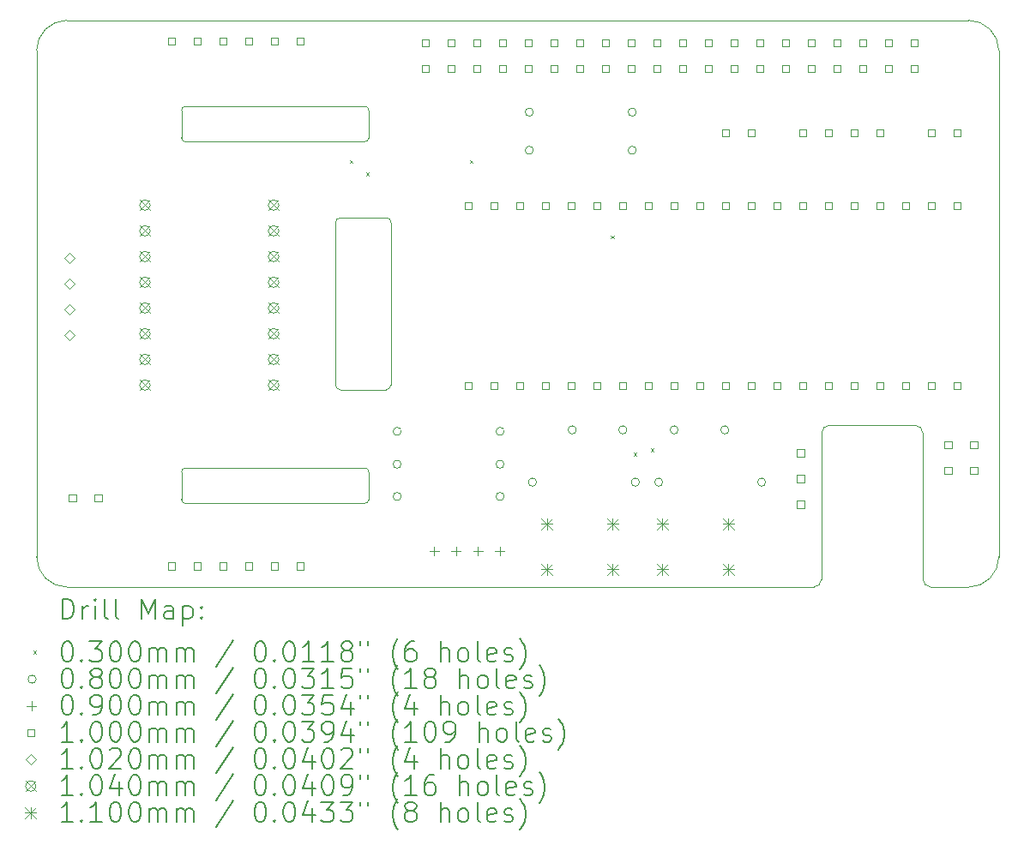
<source format=gbr>
%TF.GenerationSoftware,KiCad,Pcbnew,9.0.2-1.fc42*%
%TF.CreationDate,2025-05-23T23:54:00-05:00*%
%TF.ProjectId,cerebellum,63657265-6265-46c6-9c75-6d2e6b696361,rev?*%
%TF.SameCoordinates,Original*%
%TF.FileFunction,Drillmap*%
%TF.FilePolarity,Positive*%
%FSLAX45Y45*%
G04 Gerber Fmt 4.5, Leading zero omitted, Abs format (unit mm)*
G04 Created by KiCad (PCBNEW 9.0.2-1.fc42) date 2025-05-23 23:54:00*
%MOMM*%
%LPD*%
G01*
G04 APERTURE LIST*
%ADD10C,0.100000*%
%ADD11C,0.050000*%
%ADD12C,0.200000*%
%ADD13C,0.102000*%
%ADD14C,0.104000*%
%ADD15C,0.110000*%
G04 APERTURE END LIST*
D10*
X15830000Y-10000000D02*
G75*
G02*
X15750000Y-9920000I0J80000D01*
G01*
D11*
X8430000Y-8862500D02*
G75*
G02*
X8470000Y-8822500I40000J0D01*
G01*
X10240000Y-9172500D02*
X8470000Y-9172500D01*
X8470000Y-8822500D02*
X10240000Y-8822500D01*
D10*
X16200000Y-4400000D02*
G75*
G02*
X16500000Y-4700000I0J-300000D01*
G01*
X16500000Y-9700000D02*
X16500000Y-4700000D01*
X14670000Y-10000000D02*
X7300000Y-10000000D01*
X15670000Y-8400000D02*
G75*
G02*
X15750000Y-8480000I0J-80000D01*
G01*
X14750000Y-9920000D02*
G75*
G02*
X14670000Y-10000000I-80000J0D01*
G01*
X7000000Y-4700000D02*
X7000000Y-9700000D01*
D11*
X10280000Y-9132500D02*
G75*
G02*
X10240000Y-9172500I-40000J0D01*
G01*
X10280000Y-5290000D02*
X10280000Y-5560000D01*
D10*
X10000000Y-8050000D02*
G75*
G02*
X9950000Y-8000000I0J50000D01*
G01*
X14750000Y-8480000D02*
X14750000Y-9920000D01*
X9950000Y-6400000D02*
X9950000Y-8000000D01*
D11*
X8430000Y-5560000D02*
X8430000Y-5290000D01*
X10240000Y-8822500D02*
G75*
G02*
X10280000Y-8862500I0J-40000D01*
G01*
D10*
X16200000Y-10000000D02*
X15830000Y-10000000D01*
X15750000Y-9920000D02*
X15750000Y-8480000D01*
X10450000Y-8050000D02*
X10000000Y-8050000D01*
D11*
X8470000Y-5600000D02*
G75*
G02*
X8430000Y-5560000I0J40000D01*
G01*
X10280000Y-8862500D02*
X10280000Y-9132500D01*
D10*
X7000000Y-4700000D02*
G75*
G02*
X7300000Y-4400000I300000J0D01*
G01*
D11*
X8470000Y-9172500D02*
G75*
G02*
X8430000Y-9132500I0J40000D01*
G01*
D10*
X16500000Y-9700000D02*
G75*
G02*
X16200000Y-10000000I-300000J0D01*
G01*
X10500000Y-6400000D02*
X10500000Y-8000000D01*
X9950000Y-6400000D02*
G75*
G02*
X10000000Y-6350000I50000J0D01*
G01*
X14750000Y-8480000D02*
G75*
G02*
X14830000Y-8400000I80000J0D01*
G01*
X7300000Y-10000000D02*
G75*
G02*
X7000000Y-9700000I0J300000D01*
G01*
D11*
X10240000Y-5250000D02*
G75*
G02*
X10280000Y-5290000I0J-40000D01*
G01*
X8430000Y-5290000D02*
G75*
G02*
X8470000Y-5250000I40000J0D01*
G01*
D10*
X10000000Y-6350000D02*
X10450000Y-6350000D01*
D11*
X8430000Y-9132500D02*
X8430000Y-8862500D01*
D10*
X15670000Y-8400000D02*
X14830000Y-8400000D01*
X10500000Y-8000000D02*
G75*
G02*
X10450000Y-8050000I-50000J0D01*
G01*
D11*
X10240000Y-5600000D02*
X8470000Y-5600000D01*
X8470000Y-5250000D02*
X10240000Y-5250000D01*
D10*
X10450000Y-6350000D02*
G75*
G02*
X10500000Y-6400000I0J-50000D01*
G01*
D11*
X10280000Y-5560000D02*
G75*
G02*
X10240000Y-5600000I-40000J0D01*
G01*
D10*
X16200000Y-4400000D02*
X7300000Y-4400000D01*
D12*
D10*
X10090000Y-5782500D02*
X10120000Y-5812500D01*
X10120000Y-5782500D02*
X10090000Y-5812500D01*
X10250000Y-5902500D02*
X10280000Y-5932500D01*
X10280000Y-5902500D02*
X10250000Y-5932500D01*
X11277500Y-5782500D02*
X11307500Y-5812500D01*
X11307500Y-5782500D02*
X11277500Y-5812500D01*
X12670000Y-6525000D02*
X12700000Y-6555000D01*
X12700000Y-6525000D02*
X12670000Y-6555000D01*
X12892500Y-8672500D02*
X12922500Y-8702500D01*
X12922500Y-8672500D02*
X12892500Y-8702500D01*
X13062500Y-8630000D02*
X13092500Y-8660000D01*
X13092500Y-8630000D02*
X13062500Y-8660000D01*
X10599500Y-8462000D02*
G75*
G02*
X10519500Y-8462000I-40000J0D01*
G01*
X10519500Y-8462000D02*
G75*
G02*
X10599500Y-8462000I40000J0D01*
G01*
X10599500Y-8785000D02*
G75*
G02*
X10519500Y-8785000I-40000J0D01*
G01*
X10519500Y-8785000D02*
G75*
G02*
X10599500Y-8785000I40000J0D01*
G01*
X10599500Y-9105000D02*
G75*
G02*
X10519500Y-9105000I-40000J0D01*
G01*
X10519500Y-9105000D02*
G75*
G02*
X10599500Y-9105000I40000J0D01*
G01*
X11615500Y-8462000D02*
G75*
G02*
X11535500Y-8462000I-40000J0D01*
G01*
X11535500Y-8462000D02*
G75*
G02*
X11615500Y-8462000I40000J0D01*
G01*
X11615500Y-8785000D02*
G75*
G02*
X11535500Y-8785000I-40000J0D01*
G01*
X11535500Y-8785000D02*
G75*
G02*
X11615500Y-8785000I40000J0D01*
G01*
X11615500Y-9105000D02*
G75*
G02*
X11535500Y-9105000I-40000J0D01*
G01*
X11535500Y-9105000D02*
G75*
G02*
X11615500Y-9105000I40000J0D01*
G01*
X11904000Y-5307000D02*
G75*
G02*
X11824000Y-5307000I-40000J0D01*
G01*
X11824000Y-5307000D02*
G75*
G02*
X11904000Y-5307000I40000J0D01*
G01*
X11904000Y-5684000D02*
G75*
G02*
X11824000Y-5684000I-40000J0D01*
G01*
X11824000Y-5684000D02*
G75*
G02*
X11904000Y-5684000I40000J0D01*
G01*
X11935000Y-8962500D02*
G75*
G02*
X11855000Y-8962500I-40000J0D01*
G01*
X11855000Y-8962500D02*
G75*
G02*
X11935000Y-8962500I40000J0D01*
G01*
X12327500Y-8446000D02*
G75*
G02*
X12247500Y-8446000I-40000J0D01*
G01*
X12247500Y-8446000D02*
G75*
G02*
X12327500Y-8446000I40000J0D01*
G01*
X12827500Y-8446000D02*
G75*
G02*
X12747500Y-8446000I-40000J0D01*
G01*
X12747500Y-8446000D02*
G75*
G02*
X12827500Y-8446000I40000J0D01*
G01*
X12920000Y-5307000D02*
G75*
G02*
X12840000Y-5307000I-40000J0D01*
G01*
X12840000Y-5307000D02*
G75*
G02*
X12920000Y-5307000I40000J0D01*
G01*
X12920000Y-5684000D02*
G75*
G02*
X12840000Y-5684000I-40000J0D01*
G01*
X12840000Y-5684000D02*
G75*
G02*
X12920000Y-5684000I40000J0D01*
G01*
X12951000Y-8962500D02*
G75*
G02*
X12871000Y-8962500I-40000J0D01*
G01*
X12871000Y-8962500D02*
G75*
G02*
X12951000Y-8962500I40000J0D01*
G01*
X13181500Y-8962500D02*
G75*
G02*
X13101500Y-8962500I-40000J0D01*
G01*
X13101500Y-8962500D02*
G75*
G02*
X13181500Y-8962500I40000J0D01*
G01*
X13334000Y-8446000D02*
G75*
G02*
X13254000Y-8446000I-40000J0D01*
G01*
X13254000Y-8446000D02*
G75*
G02*
X13334000Y-8446000I40000J0D01*
G01*
X13834000Y-8446000D02*
G75*
G02*
X13754000Y-8446000I-40000J0D01*
G01*
X13754000Y-8446000D02*
G75*
G02*
X13834000Y-8446000I40000J0D01*
G01*
X14197500Y-8962500D02*
G75*
G02*
X14117500Y-8962500I-40000J0D01*
G01*
X14117500Y-8962500D02*
G75*
G02*
X14197500Y-8962500I40000J0D01*
G01*
X10924800Y-9600000D02*
X10924800Y-9690000D01*
X10879800Y-9645000D02*
X10969800Y-9645000D01*
X11140700Y-9600000D02*
X11140700Y-9690000D01*
X11095700Y-9645000D02*
X11185700Y-9645000D01*
X11356600Y-9600000D02*
X11356600Y-9690000D01*
X11311600Y-9645000D02*
X11401600Y-9645000D01*
X11572500Y-9600000D02*
X11572500Y-9690000D01*
X11527500Y-9645000D02*
X11617500Y-9645000D01*
X7388856Y-9156856D02*
X7388856Y-9086144D01*
X7318144Y-9086144D01*
X7318144Y-9156856D01*
X7388856Y-9156856D01*
X7642856Y-9156856D02*
X7642856Y-9086144D01*
X7572144Y-9086144D01*
X7572144Y-9156856D01*
X7642856Y-9156856D01*
X8368356Y-4643356D02*
X8368356Y-4572644D01*
X8297644Y-4572644D01*
X8297644Y-4643356D01*
X8368356Y-4643356D01*
X8368356Y-9828356D02*
X8368356Y-9757644D01*
X8297644Y-9757644D01*
X8297644Y-9828356D01*
X8368356Y-9828356D01*
X8622356Y-4643356D02*
X8622356Y-4572644D01*
X8551644Y-4572644D01*
X8551644Y-4643356D01*
X8622356Y-4643356D01*
X8622356Y-9828356D02*
X8622356Y-9757644D01*
X8551644Y-9757644D01*
X8551644Y-9828356D01*
X8622356Y-9828356D01*
X8876356Y-4643356D02*
X8876356Y-4572644D01*
X8805644Y-4572644D01*
X8805644Y-4643356D01*
X8876356Y-4643356D01*
X8876356Y-9828356D02*
X8876356Y-9757644D01*
X8805644Y-9757644D01*
X8805644Y-9828356D01*
X8876356Y-9828356D01*
X9130356Y-4643356D02*
X9130356Y-4572644D01*
X9059644Y-4572644D01*
X9059644Y-4643356D01*
X9130356Y-4643356D01*
X9130356Y-9828356D02*
X9130356Y-9757644D01*
X9059644Y-9757644D01*
X9059644Y-9828356D01*
X9130356Y-9828356D01*
X9384356Y-4643356D02*
X9384356Y-4572644D01*
X9313644Y-4572644D01*
X9313644Y-4643356D01*
X9384356Y-4643356D01*
X9384356Y-9828356D02*
X9384356Y-9757644D01*
X9313644Y-9757644D01*
X9313644Y-9828356D01*
X9384356Y-9828356D01*
X9638356Y-4643356D02*
X9638356Y-4572644D01*
X9567644Y-4572644D01*
X9567644Y-4643356D01*
X9638356Y-4643356D01*
X9638356Y-9828356D02*
X9638356Y-9757644D01*
X9567644Y-9757644D01*
X9567644Y-9828356D01*
X9638356Y-9828356D01*
X10872356Y-4658356D02*
X10872356Y-4587644D01*
X10801644Y-4587644D01*
X10801644Y-4658356D01*
X10872356Y-4658356D01*
X10872356Y-4912356D02*
X10872356Y-4841644D01*
X10801644Y-4841644D01*
X10801644Y-4912356D01*
X10872356Y-4912356D01*
X11126356Y-4658356D02*
X11126356Y-4587644D01*
X11055644Y-4587644D01*
X11055644Y-4658356D01*
X11126356Y-4658356D01*
X11126356Y-4912356D02*
X11126356Y-4841644D01*
X11055644Y-4841644D01*
X11055644Y-4912356D01*
X11126356Y-4912356D01*
X11298356Y-6268356D02*
X11298356Y-6197644D01*
X11227644Y-6197644D01*
X11227644Y-6268356D01*
X11298356Y-6268356D01*
X11298356Y-8046356D02*
X11298356Y-7975644D01*
X11227644Y-7975644D01*
X11227644Y-8046356D01*
X11298356Y-8046356D01*
X11380356Y-4658356D02*
X11380356Y-4587644D01*
X11309644Y-4587644D01*
X11309644Y-4658356D01*
X11380356Y-4658356D01*
X11380356Y-4912356D02*
X11380356Y-4841644D01*
X11309644Y-4841644D01*
X11309644Y-4912356D01*
X11380356Y-4912356D01*
X11552356Y-6268356D02*
X11552356Y-6197644D01*
X11481644Y-6197644D01*
X11481644Y-6268356D01*
X11552356Y-6268356D01*
X11552356Y-8046356D02*
X11552356Y-7975644D01*
X11481644Y-7975644D01*
X11481644Y-8046356D01*
X11552356Y-8046356D01*
X11634356Y-4658356D02*
X11634356Y-4587644D01*
X11563644Y-4587644D01*
X11563644Y-4658356D01*
X11634356Y-4658356D01*
X11634356Y-4912356D02*
X11634356Y-4841644D01*
X11563644Y-4841644D01*
X11563644Y-4912356D01*
X11634356Y-4912356D01*
X11806356Y-6268356D02*
X11806356Y-6197644D01*
X11735644Y-6197644D01*
X11735644Y-6268356D01*
X11806356Y-6268356D01*
X11806356Y-8046356D02*
X11806356Y-7975644D01*
X11735644Y-7975644D01*
X11735644Y-8046356D01*
X11806356Y-8046356D01*
X11888356Y-4658356D02*
X11888356Y-4587644D01*
X11817644Y-4587644D01*
X11817644Y-4658356D01*
X11888356Y-4658356D01*
X11888356Y-4912356D02*
X11888356Y-4841644D01*
X11817644Y-4841644D01*
X11817644Y-4912356D01*
X11888356Y-4912356D01*
X12060356Y-6268356D02*
X12060356Y-6197644D01*
X11989644Y-6197644D01*
X11989644Y-6268356D01*
X12060356Y-6268356D01*
X12060356Y-8046356D02*
X12060356Y-7975644D01*
X11989644Y-7975644D01*
X11989644Y-8046356D01*
X12060356Y-8046356D01*
X12142356Y-4658356D02*
X12142356Y-4587644D01*
X12071644Y-4587644D01*
X12071644Y-4658356D01*
X12142356Y-4658356D01*
X12142356Y-4912356D02*
X12142356Y-4841644D01*
X12071644Y-4841644D01*
X12071644Y-4912356D01*
X12142356Y-4912356D01*
X12314356Y-6268356D02*
X12314356Y-6197644D01*
X12243644Y-6197644D01*
X12243644Y-6268356D01*
X12314356Y-6268356D01*
X12314356Y-8046356D02*
X12314356Y-7975644D01*
X12243644Y-7975644D01*
X12243644Y-8046356D01*
X12314356Y-8046356D01*
X12396356Y-4658356D02*
X12396356Y-4587644D01*
X12325644Y-4587644D01*
X12325644Y-4658356D01*
X12396356Y-4658356D01*
X12396356Y-4912356D02*
X12396356Y-4841644D01*
X12325644Y-4841644D01*
X12325644Y-4912356D01*
X12396356Y-4912356D01*
X12568356Y-6268356D02*
X12568356Y-6197644D01*
X12497644Y-6197644D01*
X12497644Y-6268356D01*
X12568356Y-6268356D01*
X12568356Y-8046356D02*
X12568356Y-7975644D01*
X12497644Y-7975644D01*
X12497644Y-8046356D01*
X12568356Y-8046356D01*
X12650356Y-4658356D02*
X12650356Y-4587644D01*
X12579644Y-4587644D01*
X12579644Y-4658356D01*
X12650356Y-4658356D01*
X12650356Y-4912356D02*
X12650356Y-4841644D01*
X12579644Y-4841644D01*
X12579644Y-4912356D01*
X12650356Y-4912356D01*
X12822356Y-6268356D02*
X12822356Y-6197644D01*
X12751644Y-6197644D01*
X12751644Y-6268356D01*
X12822356Y-6268356D01*
X12822356Y-8046356D02*
X12822356Y-7975644D01*
X12751644Y-7975644D01*
X12751644Y-8046356D01*
X12822356Y-8046356D01*
X12904356Y-4658356D02*
X12904356Y-4587644D01*
X12833644Y-4587644D01*
X12833644Y-4658356D01*
X12904356Y-4658356D01*
X12904356Y-4912356D02*
X12904356Y-4841644D01*
X12833644Y-4841644D01*
X12833644Y-4912356D01*
X12904356Y-4912356D01*
X13076356Y-6268356D02*
X13076356Y-6197644D01*
X13005644Y-6197644D01*
X13005644Y-6268356D01*
X13076356Y-6268356D01*
X13076356Y-8046356D02*
X13076356Y-7975644D01*
X13005644Y-7975644D01*
X13005644Y-8046356D01*
X13076356Y-8046356D01*
X13158356Y-4658356D02*
X13158356Y-4587644D01*
X13087644Y-4587644D01*
X13087644Y-4658356D01*
X13158356Y-4658356D01*
X13158356Y-4912356D02*
X13158356Y-4841644D01*
X13087644Y-4841644D01*
X13087644Y-4912356D01*
X13158356Y-4912356D01*
X13330356Y-6268356D02*
X13330356Y-6197644D01*
X13259644Y-6197644D01*
X13259644Y-6268356D01*
X13330356Y-6268356D01*
X13330356Y-8046356D02*
X13330356Y-7975644D01*
X13259644Y-7975644D01*
X13259644Y-8046356D01*
X13330356Y-8046356D01*
X13412356Y-4658356D02*
X13412356Y-4587644D01*
X13341644Y-4587644D01*
X13341644Y-4658356D01*
X13412356Y-4658356D01*
X13412356Y-4912356D02*
X13412356Y-4841644D01*
X13341644Y-4841644D01*
X13341644Y-4912356D01*
X13412356Y-4912356D01*
X13584356Y-6268356D02*
X13584356Y-6197644D01*
X13513644Y-6197644D01*
X13513644Y-6268356D01*
X13584356Y-6268356D01*
X13584356Y-8046356D02*
X13584356Y-7975644D01*
X13513644Y-7975644D01*
X13513644Y-8046356D01*
X13584356Y-8046356D01*
X13666356Y-4658356D02*
X13666356Y-4587644D01*
X13595644Y-4587644D01*
X13595644Y-4658356D01*
X13666356Y-4658356D01*
X13666356Y-4912356D02*
X13666356Y-4841644D01*
X13595644Y-4841644D01*
X13595644Y-4912356D01*
X13666356Y-4912356D01*
X13836856Y-5545356D02*
X13836856Y-5474644D01*
X13766144Y-5474644D01*
X13766144Y-5545356D01*
X13836856Y-5545356D01*
X13838356Y-6268356D02*
X13838356Y-6197644D01*
X13767644Y-6197644D01*
X13767644Y-6268356D01*
X13838356Y-6268356D01*
X13838356Y-8046356D02*
X13838356Y-7975644D01*
X13767644Y-7975644D01*
X13767644Y-8046356D01*
X13838356Y-8046356D01*
X13920356Y-4658356D02*
X13920356Y-4587644D01*
X13849644Y-4587644D01*
X13849644Y-4658356D01*
X13920356Y-4658356D01*
X13920356Y-4912356D02*
X13920356Y-4841644D01*
X13849644Y-4841644D01*
X13849644Y-4912356D01*
X13920356Y-4912356D01*
X14090856Y-5545356D02*
X14090856Y-5474644D01*
X14020144Y-5474644D01*
X14020144Y-5545356D01*
X14090856Y-5545356D01*
X14092356Y-6268356D02*
X14092356Y-6197644D01*
X14021644Y-6197644D01*
X14021644Y-6268356D01*
X14092356Y-6268356D01*
X14092356Y-8046356D02*
X14092356Y-7975644D01*
X14021644Y-7975644D01*
X14021644Y-8046356D01*
X14092356Y-8046356D01*
X14174356Y-4658356D02*
X14174356Y-4587644D01*
X14103644Y-4587644D01*
X14103644Y-4658356D01*
X14174356Y-4658356D01*
X14174356Y-4912356D02*
X14174356Y-4841644D01*
X14103644Y-4841644D01*
X14103644Y-4912356D01*
X14174356Y-4912356D01*
X14346356Y-6268356D02*
X14346356Y-6197644D01*
X14275644Y-6197644D01*
X14275644Y-6268356D01*
X14346356Y-6268356D01*
X14346356Y-8046356D02*
X14346356Y-7975644D01*
X14275644Y-7975644D01*
X14275644Y-8046356D01*
X14346356Y-8046356D01*
X14428356Y-4658356D02*
X14428356Y-4587644D01*
X14357644Y-4587644D01*
X14357644Y-4658356D01*
X14428356Y-4658356D01*
X14428356Y-4912356D02*
X14428356Y-4841644D01*
X14357644Y-4841644D01*
X14357644Y-4912356D01*
X14428356Y-4912356D01*
X14577356Y-8710356D02*
X14577356Y-8639644D01*
X14506644Y-8639644D01*
X14506644Y-8710356D01*
X14577356Y-8710356D01*
X14577356Y-8964356D02*
X14577356Y-8893644D01*
X14506644Y-8893644D01*
X14506644Y-8964356D01*
X14577356Y-8964356D01*
X14577356Y-9218356D02*
X14577356Y-9147644D01*
X14506644Y-9147644D01*
X14506644Y-9218356D01*
X14577356Y-9218356D01*
X14598856Y-5545356D02*
X14598856Y-5474644D01*
X14528144Y-5474644D01*
X14528144Y-5545356D01*
X14598856Y-5545356D01*
X14600356Y-6268356D02*
X14600356Y-6197644D01*
X14529644Y-6197644D01*
X14529644Y-6268356D01*
X14600356Y-6268356D01*
X14600356Y-8046356D02*
X14600356Y-7975644D01*
X14529644Y-7975644D01*
X14529644Y-8046356D01*
X14600356Y-8046356D01*
X14682356Y-4658356D02*
X14682356Y-4587644D01*
X14611644Y-4587644D01*
X14611644Y-4658356D01*
X14682356Y-4658356D01*
X14682356Y-4912356D02*
X14682356Y-4841644D01*
X14611644Y-4841644D01*
X14611644Y-4912356D01*
X14682356Y-4912356D01*
X14852856Y-5545356D02*
X14852856Y-5474644D01*
X14782144Y-5474644D01*
X14782144Y-5545356D01*
X14852856Y-5545356D01*
X14854356Y-6268356D02*
X14854356Y-6197644D01*
X14783644Y-6197644D01*
X14783644Y-6268356D01*
X14854356Y-6268356D01*
X14854356Y-8046356D02*
X14854356Y-7975644D01*
X14783644Y-7975644D01*
X14783644Y-8046356D01*
X14854356Y-8046356D01*
X14936356Y-4658356D02*
X14936356Y-4587644D01*
X14865644Y-4587644D01*
X14865644Y-4658356D01*
X14936356Y-4658356D01*
X14936356Y-4912356D02*
X14936356Y-4841644D01*
X14865644Y-4841644D01*
X14865644Y-4912356D01*
X14936356Y-4912356D01*
X15106856Y-5545356D02*
X15106856Y-5474644D01*
X15036144Y-5474644D01*
X15036144Y-5545356D01*
X15106856Y-5545356D01*
X15108356Y-6268356D02*
X15108356Y-6197644D01*
X15037644Y-6197644D01*
X15037644Y-6268356D01*
X15108356Y-6268356D01*
X15108356Y-8046356D02*
X15108356Y-7975644D01*
X15037644Y-7975644D01*
X15037644Y-8046356D01*
X15108356Y-8046356D01*
X15190356Y-4658356D02*
X15190356Y-4587644D01*
X15119644Y-4587644D01*
X15119644Y-4658356D01*
X15190356Y-4658356D01*
X15190356Y-4912356D02*
X15190356Y-4841644D01*
X15119644Y-4841644D01*
X15119644Y-4912356D01*
X15190356Y-4912356D01*
X15360856Y-5545356D02*
X15360856Y-5474644D01*
X15290144Y-5474644D01*
X15290144Y-5545356D01*
X15360856Y-5545356D01*
X15362356Y-6268356D02*
X15362356Y-6197644D01*
X15291644Y-6197644D01*
X15291644Y-6268356D01*
X15362356Y-6268356D01*
X15362356Y-8046356D02*
X15362356Y-7975644D01*
X15291644Y-7975644D01*
X15291644Y-8046356D01*
X15362356Y-8046356D01*
X15444356Y-4658356D02*
X15444356Y-4587644D01*
X15373644Y-4587644D01*
X15373644Y-4658356D01*
X15444356Y-4658356D01*
X15444356Y-4912356D02*
X15444356Y-4841644D01*
X15373644Y-4841644D01*
X15373644Y-4912356D01*
X15444356Y-4912356D01*
X15616356Y-6268356D02*
X15616356Y-6197644D01*
X15545644Y-6197644D01*
X15545644Y-6268356D01*
X15616356Y-6268356D01*
X15616356Y-8046356D02*
X15616356Y-7975644D01*
X15545644Y-7975644D01*
X15545644Y-8046356D01*
X15616356Y-8046356D01*
X15698356Y-4658356D02*
X15698356Y-4587644D01*
X15627644Y-4587644D01*
X15627644Y-4658356D01*
X15698356Y-4658356D01*
X15698356Y-4912356D02*
X15698356Y-4841644D01*
X15627644Y-4841644D01*
X15627644Y-4912356D01*
X15698356Y-4912356D01*
X15868856Y-5545356D02*
X15868856Y-5474644D01*
X15798144Y-5474644D01*
X15798144Y-5545356D01*
X15868856Y-5545356D01*
X15870356Y-6268356D02*
X15870356Y-6197644D01*
X15799644Y-6197644D01*
X15799644Y-6268356D01*
X15870356Y-6268356D01*
X15870356Y-8046356D02*
X15870356Y-7975644D01*
X15799644Y-7975644D01*
X15799644Y-8046356D01*
X15870356Y-8046356D01*
X16033856Y-8631356D02*
X16033856Y-8560644D01*
X15963144Y-8560644D01*
X15963144Y-8631356D01*
X16033856Y-8631356D01*
X16033856Y-8885356D02*
X16033856Y-8814644D01*
X15963144Y-8814644D01*
X15963144Y-8885356D01*
X16033856Y-8885356D01*
X16122856Y-5545356D02*
X16122856Y-5474644D01*
X16052144Y-5474644D01*
X16052144Y-5545356D01*
X16122856Y-5545356D01*
X16124356Y-6268356D02*
X16124356Y-6197644D01*
X16053644Y-6197644D01*
X16053644Y-6268356D01*
X16124356Y-6268356D01*
X16124356Y-8046356D02*
X16124356Y-7975644D01*
X16053644Y-7975644D01*
X16053644Y-8046356D01*
X16124356Y-8046356D01*
X16287856Y-8631356D02*
X16287856Y-8560644D01*
X16217144Y-8560644D01*
X16217144Y-8631356D01*
X16287856Y-8631356D01*
X16287856Y-8885356D02*
X16287856Y-8814644D01*
X16217144Y-8814644D01*
X16217144Y-8885356D01*
X16287856Y-8885356D01*
D13*
X7325000Y-6796500D02*
X7376000Y-6745500D01*
X7325000Y-6694500D01*
X7274000Y-6745500D01*
X7325000Y-6796500D01*
X7325000Y-7050500D02*
X7376000Y-6999500D01*
X7325000Y-6948500D01*
X7274000Y-6999500D01*
X7325000Y-7050500D01*
X7325000Y-7304500D02*
X7376000Y-7253500D01*
X7325000Y-7202500D01*
X7274000Y-7253500D01*
X7325000Y-7304500D01*
X7325000Y-7558500D02*
X7376000Y-7507500D01*
X7325000Y-7456500D01*
X7274000Y-7507500D01*
X7325000Y-7558500D01*
D14*
X8018000Y-6174000D02*
X8122000Y-6278000D01*
X8122000Y-6174000D02*
X8018000Y-6278000D01*
X8122000Y-6226000D02*
G75*
G02*
X8018000Y-6226000I-52000J0D01*
G01*
X8018000Y-6226000D02*
G75*
G02*
X8122000Y-6226000I52000J0D01*
G01*
X8018000Y-6428000D02*
X8122000Y-6532000D01*
X8122000Y-6428000D02*
X8018000Y-6532000D01*
X8122000Y-6480000D02*
G75*
G02*
X8018000Y-6480000I-52000J0D01*
G01*
X8018000Y-6480000D02*
G75*
G02*
X8122000Y-6480000I52000J0D01*
G01*
X8018000Y-6682000D02*
X8122000Y-6786000D01*
X8122000Y-6682000D02*
X8018000Y-6786000D01*
X8122000Y-6734000D02*
G75*
G02*
X8018000Y-6734000I-52000J0D01*
G01*
X8018000Y-6734000D02*
G75*
G02*
X8122000Y-6734000I52000J0D01*
G01*
X8018000Y-6936000D02*
X8122000Y-7040000D01*
X8122000Y-6936000D02*
X8018000Y-7040000D01*
X8122000Y-6988000D02*
G75*
G02*
X8018000Y-6988000I-52000J0D01*
G01*
X8018000Y-6988000D02*
G75*
G02*
X8122000Y-6988000I52000J0D01*
G01*
X8018000Y-7190000D02*
X8122000Y-7294000D01*
X8122000Y-7190000D02*
X8018000Y-7294000D01*
X8122000Y-7242000D02*
G75*
G02*
X8018000Y-7242000I-52000J0D01*
G01*
X8018000Y-7242000D02*
G75*
G02*
X8122000Y-7242000I52000J0D01*
G01*
X8018000Y-7444000D02*
X8122000Y-7548000D01*
X8122000Y-7444000D02*
X8018000Y-7548000D01*
X8122000Y-7496000D02*
G75*
G02*
X8018000Y-7496000I-52000J0D01*
G01*
X8018000Y-7496000D02*
G75*
G02*
X8122000Y-7496000I52000J0D01*
G01*
X8018000Y-7698000D02*
X8122000Y-7802000D01*
X8122000Y-7698000D02*
X8018000Y-7802000D01*
X8122000Y-7750000D02*
G75*
G02*
X8018000Y-7750000I-52000J0D01*
G01*
X8018000Y-7750000D02*
G75*
G02*
X8122000Y-7750000I52000J0D01*
G01*
X8018000Y-7952000D02*
X8122000Y-8056000D01*
X8122000Y-7952000D02*
X8018000Y-8056000D01*
X8122000Y-8004000D02*
G75*
G02*
X8018000Y-8004000I-52000J0D01*
G01*
X8018000Y-8004000D02*
G75*
G02*
X8122000Y-8004000I52000J0D01*
G01*
X9288000Y-6174000D02*
X9392000Y-6278000D01*
X9392000Y-6174000D02*
X9288000Y-6278000D01*
X9392000Y-6226000D02*
G75*
G02*
X9288000Y-6226000I-52000J0D01*
G01*
X9288000Y-6226000D02*
G75*
G02*
X9392000Y-6226000I52000J0D01*
G01*
X9288000Y-6428000D02*
X9392000Y-6532000D01*
X9392000Y-6428000D02*
X9288000Y-6532000D01*
X9392000Y-6480000D02*
G75*
G02*
X9288000Y-6480000I-52000J0D01*
G01*
X9288000Y-6480000D02*
G75*
G02*
X9392000Y-6480000I52000J0D01*
G01*
X9288000Y-6682000D02*
X9392000Y-6786000D01*
X9392000Y-6682000D02*
X9288000Y-6786000D01*
X9392000Y-6734000D02*
G75*
G02*
X9288000Y-6734000I-52000J0D01*
G01*
X9288000Y-6734000D02*
G75*
G02*
X9392000Y-6734000I52000J0D01*
G01*
X9288000Y-6936000D02*
X9392000Y-7040000D01*
X9392000Y-6936000D02*
X9288000Y-7040000D01*
X9392000Y-6988000D02*
G75*
G02*
X9288000Y-6988000I-52000J0D01*
G01*
X9288000Y-6988000D02*
G75*
G02*
X9392000Y-6988000I52000J0D01*
G01*
X9288000Y-7190000D02*
X9392000Y-7294000D01*
X9392000Y-7190000D02*
X9288000Y-7294000D01*
X9392000Y-7242000D02*
G75*
G02*
X9288000Y-7242000I-52000J0D01*
G01*
X9288000Y-7242000D02*
G75*
G02*
X9392000Y-7242000I52000J0D01*
G01*
X9288000Y-7444000D02*
X9392000Y-7548000D01*
X9392000Y-7444000D02*
X9288000Y-7548000D01*
X9392000Y-7496000D02*
G75*
G02*
X9288000Y-7496000I-52000J0D01*
G01*
X9288000Y-7496000D02*
G75*
G02*
X9392000Y-7496000I52000J0D01*
G01*
X9288000Y-7698000D02*
X9392000Y-7802000D01*
X9392000Y-7698000D02*
X9288000Y-7802000D01*
X9392000Y-7750000D02*
G75*
G02*
X9288000Y-7750000I-52000J0D01*
G01*
X9288000Y-7750000D02*
G75*
G02*
X9392000Y-7750000I52000J0D01*
G01*
X9288000Y-7952000D02*
X9392000Y-8056000D01*
X9392000Y-7952000D02*
X9288000Y-8056000D01*
X9392000Y-8004000D02*
G75*
G02*
X9288000Y-8004000I-52000J0D01*
G01*
X9288000Y-8004000D02*
G75*
G02*
X9392000Y-8004000I52000J0D01*
G01*
D15*
X11982500Y-9320000D02*
X12092500Y-9430000D01*
X12092500Y-9320000D02*
X11982500Y-9430000D01*
X12037500Y-9320000D02*
X12037500Y-9430000D01*
X11982500Y-9375000D02*
X12092500Y-9375000D01*
X11982500Y-9770000D02*
X12092500Y-9880000D01*
X12092500Y-9770000D02*
X11982500Y-9880000D01*
X12037500Y-9770000D02*
X12037500Y-9880000D01*
X11982500Y-9825000D02*
X12092500Y-9825000D01*
X12632500Y-9320000D02*
X12742500Y-9430000D01*
X12742500Y-9320000D02*
X12632500Y-9430000D01*
X12687500Y-9320000D02*
X12687500Y-9430000D01*
X12632500Y-9375000D02*
X12742500Y-9375000D01*
X12632500Y-9770000D02*
X12742500Y-9880000D01*
X12742500Y-9770000D02*
X12632500Y-9880000D01*
X12687500Y-9770000D02*
X12687500Y-9880000D01*
X12632500Y-9825000D02*
X12742500Y-9825000D01*
X13123000Y-9320000D02*
X13233000Y-9430000D01*
X13233000Y-9320000D02*
X13123000Y-9430000D01*
X13178000Y-9320000D02*
X13178000Y-9430000D01*
X13123000Y-9375000D02*
X13233000Y-9375000D01*
X13123000Y-9770000D02*
X13233000Y-9880000D01*
X13233000Y-9770000D02*
X13123000Y-9880000D01*
X13178000Y-9770000D02*
X13178000Y-9880000D01*
X13123000Y-9825000D02*
X13233000Y-9825000D01*
X13773000Y-9320000D02*
X13883000Y-9430000D01*
X13883000Y-9320000D02*
X13773000Y-9430000D01*
X13828000Y-9320000D02*
X13828000Y-9430000D01*
X13773000Y-9375000D02*
X13883000Y-9375000D01*
X13773000Y-9770000D02*
X13883000Y-9880000D01*
X13883000Y-9770000D02*
X13773000Y-9880000D01*
X13828000Y-9770000D02*
X13828000Y-9880000D01*
X13773000Y-9825000D02*
X13883000Y-9825000D01*
D12*
X7255777Y-10316484D02*
X7255777Y-10116484D01*
X7255777Y-10116484D02*
X7303396Y-10116484D01*
X7303396Y-10116484D02*
X7331967Y-10126008D01*
X7331967Y-10126008D02*
X7351015Y-10145055D01*
X7351015Y-10145055D02*
X7360539Y-10164103D01*
X7360539Y-10164103D02*
X7370062Y-10202198D01*
X7370062Y-10202198D02*
X7370062Y-10230770D01*
X7370062Y-10230770D02*
X7360539Y-10268865D01*
X7360539Y-10268865D02*
X7351015Y-10287912D01*
X7351015Y-10287912D02*
X7331967Y-10306960D01*
X7331967Y-10306960D02*
X7303396Y-10316484D01*
X7303396Y-10316484D02*
X7255777Y-10316484D01*
X7455777Y-10316484D02*
X7455777Y-10183150D01*
X7455777Y-10221246D02*
X7465301Y-10202198D01*
X7465301Y-10202198D02*
X7474824Y-10192674D01*
X7474824Y-10192674D02*
X7493872Y-10183150D01*
X7493872Y-10183150D02*
X7512920Y-10183150D01*
X7579586Y-10316484D02*
X7579586Y-10183150D01*
X7579586Y-10116484D02*
X7570062Y-10126008D01*
X7570062Y-10126008D02*
X7579586Y-10135531D01*
X7579586Y-10135531D02*
X7589110Y-10126008D01*
X7589110Y-10126008D02*
X7579586Y-10116484D01*
X7579586Y-10116484D02*
X7579586Y-10135531D01*
X7703396Y-10316484D02*
X7684348Y-10306960D01*
X7684348Y-10306960D02*
X7674824Y-10287912D01*
X7674824Y-10287912D02*
X7674824Y-10116484D01*
X7808158Y-10316484D02*
X7789110Y-10306960D01*
X7789110Y-10306960D02*
X7779586Y-10287912D01*
X7779586Y-10287912D02*
X7779586Y-10116484D01*
X8036729Y-10316484D02*
X8036729Y-10116484D01*
X8036729Y-10116484D02*
X8103396Y-10259341D01*
X8103396Y-10259341D02*
X8170062Y-10116484D01*
X8170062Y-10116484D02*
X8170062Y-10316484D01*
X8351015Y-10316484D02*
X8351015Y-10211722D01*
X8351015Y-10211722D02*
X8341491Y-10192674D01*
X8341491Y-10192674D02*
X8322443Y-10183150D01*
X8322443Y-10183150D02*
X8284348Y-10183150D01*
X8284348Y-10183150D02*
X8265301Y-10192674D01*
X8351015Y-10306960D02*
X8331967Y-10316484D01*
X8331967Y-10316484D02*
X8284348Y-10316484D01*
X8284348Y-10316484D02*
X8265301Y-10306960D01*
X8265301Y-10306960D02*
X8255777Y-10287912D01*
X8255777Y-10287912D02*
X8255777Y-10268865D01*
X8255777Y-10268865D02*
X8265301Y-10249817D01*
X8265301Y-10249817D02*
X8284348Y-10240293D01*
X8284348Y-10240293D02*
X8331967Y-10240293D01*
X8331967Y-10240293D02*
X8351015Y-10230770D01*
X8446253Y-10183150D02*
X8446253Y-10383150D01*
X8446253Y-10192674D02*
X8465301Y-10183150D01*
X8465301Y-10183150D02*
X8503396Y-10183150D01*
X8503396Y-10183150D02*
X8522444Y-10192674D01*
X8522444Y-10192674D02*
X8531967Y-10202198D01*
X8531967Y-10202198D02*
X8541491Y-10221246D01*
X8541491Y-10221246D02*
X8541491Y-10278389D01*
X8541491Y-10278389D02*
X8531967Y-10297436D01*
X8531967Y-10297436D02*
X8522444Y-10306960D01*
X8522444Y-10306960D02*
X8503396Y-10316484D01*
X8503396Y-10316484D02*
X8465301Y-10316484D01*
X8465301Y-10316484D02*
X8446253Y-10306960D01*
X8627205Y-10297436D02*
X8636729Y-10306960D01*
X8636729Y-10306960D02*
X8627205Y-10316484D01*
X8627205Y-10316484D02*
X8617682Y-10306960D01*
X8617682Y-10306960D02*
X8627205Y-10297436D01*
X8627205Y-10297436D02*
X8627205Y-10316484D01*
X8627205Y-10192674D02*
X8636729Y-10202198D01*
X8636729Y-10202198D02*
X8627205Y-10211722D01*
X8627205Y-10211722D02*
X8617682Y-10202198D01*
X8617682Y-10202198D02*
X8627205Y-10192674D01*
X8627205Y-10192674D02*
X8627205Y-10211722D01*
D10*
X6965000Y-10630000D02*
X6995000Y-10660000D01*
X6995000Y-10630000D02*
X6965000Y-10660000D01*
D12*
X7293872Y-10536484D02*
X7312920Y-10536484D01*
X7312920Y-10536484D02*
X7331967Y-10546008D01*
X7331967Y-10546008D02*
X7341491Y-10555531D01*
X7341491Y-10555531D02*
X7351015Y-10574579D01*
X7351015Y-10574579D02*
X7360539Y-10612674D01*
X7360539Y-10612674D02*
X7360539Y-10660293D01*
X7360539Y-10660293D02*
X7351015Y-10698389D01*
X7351015Y-10698389D02*
X7341491Y-10717436D01*
X7341491Y-10717436D02*
X7331967Y-10726960D01*
X7331967Y-10726960D02*
X7312920Y-10736484D01*
X7312920Y-10736484D02*
X7293872Y-10736484D01*
X7293872Y-10736484D02*
X7274824Y-10726960D01*
X7274824Y-10726960D02*
X7265301Y-10717436D01*
X7265301Y-10717436D02*
X7255777Y-10698389D01*
X7255777Y-10698389D02*
X7246253Y-10660293D01*
X7246253Y-10660293D02*
X7246253Y-10612674D01*
X7246253Y-10612674D02*
X7255777Y-10574579D01*
X7255777Y-10574579D02*
X7265301Y-10555531D01*
X7265301Y-10555531D02*
X7274824Y-10546008D01*
X7274824Y-10546008D02*
X7293872Y-10536484D01*
X7446253Y-10717436D02*
X7455777Y-10726960D01*
X7455777Y-10726960D02*
X7446253Y-10736484D01*
X7446253Y-10736484D02*
X7436729Y-10726960D01*
X7436729Y-10726960D02*
X7446253Y-10717436D01*
X7446253Y-10717436D02*
X7446253Y-10736484D01*
X7522443Y-10536484D02*
X7646253Y-10536484D01*
X7646253Y-10536484D02*
X7579586Y-10612674D01*
X7579586Y-10612674D02*
X7608158Y-10612674D01*
X7608158Y-10612674D02*
X7627205Y-10622198D01*
X7627205Y-10622198D02*
X7636729Y-10631722D01*
X7636729Y-10631722D02*
X7646253Y-10650770D01*
X7646253Y-10650770D02*
X7646253Y-10698389D01*
X7646253Y-10698389D02*
X7636729Y-10717436D01*
X7636729Y-10717436D02*
X7627205Y-10726960D01*
X7627205Y-10726960D02*
X7608158Y-10736484D01*
X7608158Y-10736484D02*
X7551015Y-10736484D01*
X7551015Y-10736484D02*
X7531967Y-10726960D01*
X7531967Y-10726960D02*
X7522443Y-10717436D01*
X7770062Y-10536484D02*
X7789110Y-10536484D01*
X7789110Y-10536484D02*
X7808158Y-10546008D01*
X7808158Y-10546008D02*
X7817682Y-10555531D01*
X7817682Y-10555531D02*
X7827205Y-10574579D01*
X7827205Y-10574579D02*
X7836729Y-10612674D01*
X7836729Y-10612674D02*
X7836729Y-10660293D01*
X7836729Y-10660293D02*
X7827205Y-10698389D01*
X7827205Y-10698389D02*
X7817682Y-10717436D01*
X7817682Y-10717436D02*
X7808158Y-10726960D01*
X7808158Y-10726960D02*
X7789110Y-10736484D01*
X7789110Y-10736484D02*
X7770062Y-10736484D01*
X7770062Y-10736484D02*
X7751015Y-10726960D01*
X7751015Y-10726960D02*
X7741491Y-10717436D01*
X7741491Y-10717436D02*
X7731967Y-10698389D01*
X7731967Y-10698389D02*
X7722443Y-10660293D01*
X7722443Y-10660293D02*
X7722443Y-10612674D01*
X7722443Y-10612674D02*
X7731967Y-10574579D01*
X7731967Y-10574579D02*
X7741491Y-10555531D01*
X7741491Y-10555531D02*
X7751015Y-10546008D01*
X7751015Y-10546008D02*
X7770062Y-10536484D01*
X7960539Y-10536484D02*
X7979586Y-10536484D01*
X7979586Y-10536484D02*
X7998634Y-10546008D01*
X7998634Y-10546008D02*
X8008158Y-10555531D01*
X8008158Y-10555531D02*
X8017682Y-10574579D01*
X8017682Y-10574579D02*
X8027205Y-10612674D01*
X8027205Y-10612674D02*
X8027205Y-10660293D01*
X8027205Y-10660293D02*
X8017682Y-10698389D01*
X8017682Y-10698389D02*
X8008158Y-10717436D01*
X8008158Y-10717436D02*
X7998634Y-10726960D01*
X7998634Y-10726960D02*
X7979586Y-10736484D01*
X7979586Y-10736484D02*
X7960539Y-10736484D01*
X7960539Y-10736484D02*
X7941491Y-10726960D01*
X7941491Y-10726960D02*
X7931967Y-10717436D01*
X7931967Y-10717436D02*
X7922443Y-10698389D01*
X7922443Y-10698389D02*
X7912920Y-10660293D01*
X7912920Y-10660293D02*
X7912920Y-10612674D01*
X7912920Y-10612674D02*
X7922443Y-10574579D01*
X7922443Y-10574579D02*
X7931967Y-10555531D01*
X7931967Y-10555531D02*
X7941491Y-10546008D01*
X7941491Y-10546008D02*
X7960539Y-10536484D01*
X8112920Y-10736484D02*
X8112920Y-10603150D01*
X8112920Y-10622198D02*
X8122443Y-10612674D01*
X8122443Y-10612674D02*
X8141491Y-10603150D01*
X8141491Y-10603150D02*
X8170063Y-10603150D01*
X8170063Y-10603150D02*
X8189110Y-10612674D01*
X8189110Y-10612674D02*
X8198634Y-10631722D01*
X8198634Y-10631722D02*
X8198634Y-10736484D01*
X8198634Y-10631722D02*
X8208158Y-10612674D01*
X8208158Y-10612674D02*
X8227205Y-10603150D01*
X8227205Y-10603150D02*
X8255777Y-10603150D01*
X8255777Y-10603150D02*
X8274824Y-10612674D01*
X8274824Y-10612674D02*
X8284348Y-10631722D01*
X8284348Y-10631722D02*
X8284348Y-10736484D01*
X8379586Y-10736484D02*
X8379586Y-10603150D01*
X8379586Y-10622198D02*
X8389110Y-10612674D01*
X8389110Y-10612674D02*
X8408158Y-10603150D01*
X8408158Y-10603150D02*
X8436729Y-10603150D01*
X8436729Y-10603150D02*
X8455777Y-10612674D01*
X8455777Y-10612674D02*
X8465301Y-10631722D01*
X8465301Y-10631722D02*
X8465301Y-10736484D01*
X8465301Y-10631722D02*
X8474825Y-10612674D01*
X8474825Y-10612674D02*
X8493872Y-10603150D01*
X8493872Y-10603150D02*
X8522444Y-10603150D01*
X8522444Y-10603150D02*
X8541491Y-10612674D01*
X8541491Y-10612674D02*
X8551015Y-10631722D01*
X8551015Y-10631722D02*
X8551015Y-10736484D01*
X8941491Y-10526960D02*
X8770063Y-10784103D01*
X9198634Y-10536484D02*
X9217682Y-10536484D01*
X9217682Y-10536484D02*
X9236729Y-10546008D01*
X9236729Y-10546008D02*
X9246253Y-10555531D01*
X9246253Y-10555531D02*
X9255777Y-10574579D01*
X9255777Y-10574579D02*
X9265301Y-10612674D01*
X9265301Y-10612674D02*
X9265301Y-10660293D01*
X9265301Y-10660293D02*
X9255777Y-10698389D01*
X9255777Y-10698389D02*
X9246253Y-10717436D01*
X9246253Y-10717436D02*
X9236729Y-10726960D01*
X9236729Y-10726960D02*
X9217682Y-10736484D01*
X9217682Y-10736484D02*
X9198634Y-10736484D01*
X9198634Y-10736484D02*
X9179587Y-10726960D01*
X9179587Y-10726960D02*
X9170063Y-10717436D01*
X9170063Y-10717436D02*
X9160539Y-10698389D01*
X9160539Y-10698389D02*
X9151015Y-10660293D01*
X9151015Y-10660293D02*
X9151015Y-10612674D01*
X9151015Y-10612674D02*
X9160539Y-10574579D01*
X9160539Y-10574579D02*
X9170063Y-10555531D01*
X9170063Y-10555531D02*
X9179587Y-10546008D01*
X9179587Y-10546008D02*
X9198634Y-10536484D01*
X9351015Y-10717436D02*
X9360539Y-10726960D01*
X9360539Y-10726960D02*
X9351015Y-10736484D01*
X9351015Y-10736484D02*
X9341491Y-10726960D01*
X9341491Y-10726960D02*
X9351015Y-10717436D01*
X9351015Y-10717436D02*
X9351015Y-10736484D01*
X9484348Y-10536484D02*
X9503396Y-10536484D01*
X9503396Y-10536484D02*
X9522444Y-10546008D01*
X9522444Y-10546008D02*
X9531968Y-10555531D01*
X9531968Y-10555531D02*
X9541491Y-10574579D01*
X9541491Y-10574579D02*
X9551015Y-10612674D01*
X9551015Y-10612674D02*
X9551015Y-10660293D01*
X9551015Y-10660293D02*
X9541491Y-10698389D01*
X9541491Y-10698389D02*
X9531968Y-10717436D01*
X9531968Y-10717436D02*
X9522444Y-10726960D01*
X9522444Y-10726960D02*
X9503396Y-10736484D01*
X9503396Y-10736484D02*
X9484348Y-10736484D01*
X9484348Y-10736484D02*
X9465301Y-10726960D01*
X9465301Y-10726960D02*
X9455777Y-10717436D01*
X9455777Y-10717436D02*
X9446253Y-10698389D01*
X9446253Y-10698389D02*
X9436729Y-10660293D01*
X9436729Y-10660293D02*
X9436729Y-10612674D01*
X9436729Y-10612674D02*
X9446253Y-10574579D01*
X9446253Y-10574579D02*
X9455777Y-10555531D01*
X9455777Y-10555531D02*
X9465301Y-10546008D01*
X9465301Y-10546008D02*
X9484348Y-10536484D01*
X9741491Y-10736484D02*
X9627206Y-10736484D01*
X9684348Y-10736484D02*
X9684348Y-10536484D01*
X9684348Y-10536484D02*
X9665301Y-10565055D01*
X9665301Y-10565055D02*
X9646253Y-10584103D01*
X9646253Y-10584103D02*
X9627206Y-10593627D01*
X9931968Y-10736484D02*
X9817682Y-10736484D01*
X9874825Y-10736484D02*
X9874825Y-10536484D01*
X9874825Y-10536484D02*
X9855777Y-10565055D01*
X9855777Y-10565055D02*
X9836729Y-10584103D01*
X9836729Y-10584103D02*
X9817682Y-10593627D01*
X10046253Y-10622198D02*
X10027206Y-10612674D01*
X10027206Y-10612674D02*
X10017682Y-10603150D01*
X10017682Y-10603150D02*
X10008158Y-10584103D01*
X10008158Y-10584103D02*
X10008158Y-10574579D01*
X10008158Y-10574579D02*
X10017682Y-10555531D01*
X10017682Y-10555531D02*
X10027206Y-10546008D01*
X10027206Y-10546008D02*
X10046253Y-10536484D01*
X10046253Y-10536484D02*
X10084349Y-10536484D01*
X10084349Y-10536484D02*
X10103396Y-10546008D01*
X10103396Y-10546008D02*
X10112920Y-10555531D01*
X10112920Y-10555531D02*
X10122444Y-10574579D01*
X10122444Y-10574579D02*
X10122444Y-10584103D01*
X10122444Y-10584103D02*
X10112920Y-10603150D01*
X10112920Y-10603150D02*
X10103396Y-10612674D01*
X10103396Y-10612674D02*
X10084349Y-10622198D01*
X10084349Y-10622198D02*
X10046253Y-10622198D01*
X10046253Y-10622198D02*
X10027206Y-10631722D01*
X10027206Y-10631722D02*
X10017682Y-10641246D01*
X10017682Y-10641246D02*
X10008158Y-10660293D01*
X10008158Y-10660293D02*
X10008158Y-10698389D01*
X10008158Y-10698389D02*
X10017682Y-10717436D01*
X10017682Y-10717436D02*
X10027206Y-10726960D01*
X10027206Y-10726960D02*
X10046253Y-10736484D01*
X10046253Y-10736484D02*
X10084349Y-10736484D01*
X10084349Y-10736484D02*
X10103396Y-10726960D01*
X10103396Y-10726960D02*
X10112920Y-10717436D01*
X10112920Y-10717436D02*
X10122444Y-10698389D01*
X10122444Y-10698389D02*
X10122444Y-10660293D01*
X10122444Y-10660293D02*
X10112920Y-10641246D01*
X10112920Y-10641246D02*
X10103396Y-10631722D01*
X10103396Y-10631722D02*
X10084349Y-10622198D01*
X10198634Y-10536484D02*
X10198634Y-10574579D01*
X10274825Y-10536484D02*
X10274825Y-10574579D01*
X10570063Y-10812674D02*
X10560539Y-10803150D01*
X10560539Y-10803150D02*
X10541491Y-10774579D01*
X10541491Y-10774579D02*
X10531968Y-10755531D01*
X10531968Y-10755531D02*
X10522444Y-10726960D01*
X10522444Y-10726960D02*
X10512920Y-10679341D01*
X10512920Y-10679341D02*
X10512920Y-10641246D01*
X10512920Y-10641246D02*
X10522444Y-10593627D01*
X10522444Y-10593627D02*
X10531968Y-10565055D01*
X10531968Y-10565055D02*
X10541491Y-10546008D01*
X10541491Y-10546008D02*
X10560539Y-10517436D01*
X10560539Y-10517436D02*
X10570063Y-10507912D01*
X10731968Y-10536484D02*
X10693872Y-10536484D01*
X10693872Y-10536484D02*
X10674825Y-10546008D01*
X10674825Y-10546008D02*
X10665301Y-10555531D01*
X10665301Y-10555531D02*
X10646253Y-10584103D01*
X10646253Y-10584103D02*
X10636730Y-10622198D01*
X10636730Y-10622198D02*
X10636730Y-10698389D01*
X10636730Y-10698389D02*
X10646253Y-10717436D01*
X10646253Y-10717436D02*
X10655777Y-10726960D01*
X10655777Y-10726960D02*
X10674825Y-10736484D01*
X10674825Y-10736484D02*
X10712920Y-10736484D01*
X10712920Y-10736484D02*
X10731968Y-10726960D01*
X10731968Y-10726960D02*
X10741491Y-10717436D01*
X10741491Y-10717436D02*
X10751015Y-10698389D01*
X10751015Y-10698389D02*
X10751015Y-10650770D01*
X10751015Y-10650770D02*
X10741491Y-10631722D01*
X10741491Y-10631722D02*
X10731968Y-10622198D01*
X10731968Y-10622198D02*
X10712920Y-10612674D01*
X10712920Y-10612674D02*
X10674825Y-10612674D01*
X10674825Y-10612674D02*
X10655777Y-10622198D01*
X10655777Y-10622198D02*
X10646253Y-10631722D01*
X10646253Y-10631722D02*
X10636730Y-10650770D01*
X10989111Y-10736484D02*
X10989111Y-10536484D01*
X11074825Y-10736484D02*
X11074825Y-10631722D01*
X11074825Y-10631722D02*
X11065301Y-10612674D01*
X11065301Y-10612674D02*
X11046253Y-10603150D01*
X11046253Y-10603150D02*
X11017682Y-10603150D01*
X11017682Y-10603150D02*
X10998634Y-10612674D01*
X10998634Y-10612674D02*
X10989111Y-10622198D01*
X11198634Y-10736484D02*
X11179587Y-10726960D01*
X11179587Y-10726960D02*
X11170063Y-10717436D01*
X11170063Y-10717436D02*
X11160539Y-10698389D01*
X11160539Y-10698389D02*
X11160539Y-10641246D01*
X11160539Y-10641246D02*
X11170063Y-10622198D01*
X11170063Y-10622198D02*
X11179587Y-10612674D01*
X11179587Y-10612674D02*
X11198634Y-10603150D01*
X11198634Y-10603150D02*
X11227206Y-10603150D01*
X11227206Y-10603150D02*
X11246253Y-10612674D01*
X11246253Y-10612674D02*
X11255777Y-10622198D01*
X11255777Y-10622198D02*
X11265301Y-10641246D01*
X11265301Y-10641246D02*
X11265301Y-10698389D01*
X11265301Y-10698389D02*
X11255777Y-10717436D01*
X11255777Y-10717436D02*
X11246253Y-10726960D01*
X11246253Y-10726960D02*
X11227206Y-10736484D01*
X11227206Y-10736484D02*
X11198634Y-10736484D01*
X11379587Y-10736484D02*
X11360539Y-10726960D01*
X11360539Y-10726960D02*
X11351015Y-10707912D01*
X11351015Y-10707912D02*
X11351015Y-10536484D01*
X11531968Y-10726960D02*
X11512920Y-10736484D01*
X11512920Y-10736484D02*
X11474825Y-10736484D01*
X11474825Y-10736484D02*
X11455777Y-10726960D01*
X11455777Y-10726960D02*
X11446253Y-10707912D01*
X11446253Y-10707912D02*
X11446253Y-10631722D01*
X11446253Y-10631722D02*
X11455777Y-10612674D01*
X11455777Y-10612674D02*
X11474825Y-10603150D01*
X11474825Y-10603150D02*
X11512920Y-10603150D01*
X11512920Y-10603150D02*
X11531968Y-10612674D01*
X11531968Y-10612674D02*
X11541491Y-10631722D01*
X11541491Y-10631722D02*
X11541491Y-10650770D01*
X11541491Y-10650770D02*
X11446253Y-10669817D01*
X11617682Y-10726960D02*
X11636730Y-10736484D01*
X11636730Y-10736484D02*
X11674825Y-10736484D01*
X11674825Y-10736484D02*
X11693872Y-10726960D01*
X11693872Y-10726960D02*
X11703396Y-10707912D01*
X11703396Y-10707912D02*
X11703396Y-10698389D01*
X11703396Y-10698389D02*
X11693872Y-10679341D01*
X11693872Y-10679341D02*
X11674825Y-10669817D01*
X11674825Y-10669817D02*
X11646253Y-10669817D01*
X11646253Y-10669817D02*
X11627206Y-10660293D01*
X11627206Y-10660293D02*
X11617682Y-10641246D01*
X11617682Y-10641246D02*
X11617682Y-10631722D01*
X11617682Y-10631722D02*
X11627206Y-10612674D01*
X11627206Y-10612674D02*
X11646253Y-10603150D01*
X11646253Y-10603150D02*
X11674825Y-10603150D01*
X11674825Y-10603150D02*
X11693872Y-10612674D01*
X11770063Y-10812674D02*
X11779587Y-10803150D01*
X11779587Y-10803150D02*
X11798634Y-10774579D01*
X11798634Y-10774579D02*
X11808158Y-10755531D01*
X11808158Y-10755531D02*
X11817682Y-10726960D01*
X11817682Y-10726960D02*
X11827206Y-10679341D01*
X11827206Y-10679341D02*
X11827206Y-10641246D01*
X11827206Y-10641246D02*
X11817682Y-10593627D01*
X11817682Y-10593627D02*
X11808158Y-10565055D01*
X11808158Y-10565055D02*
X11798634Y-10546008D01*
X11798634Y-10546008D02*
X11779587Y-10517436D01*
X11779587Y-10517436D02*
X11770063Y-10507912D01*
D10*
X6995000Y-10909000D02*
G75*
G02*
X6915000Y-10909000I-40000J0D01*
G01*
X6915000Y-10909000D02*
G75*
G02*
X6995000Y-10909000I40000J0D01*
G01*
D12*
X7293872Y-10800484D02*
X7312920Y-10800484D01*
X7312920Y-10800484D02*
X7331967Y-10810008D01*
X7331967Y-10810008D02*
X7341491Y-10819531D01*
X7341491Y-10819531D02*
X7351015Y-10838579D01*
X7351015Y-10838579D02*
X7360539Y-10876674D01*
X7360539Y-10876674D02*
X7360539Y-10924293D01*
X7360539Y-10924293D02*
X7351015Y-10962389D01*
X7351015Y-10962389D02*
X7341491Y-10981436D01*
X7341491Y-10981436D02*
X7331967Y-10990960D01*
X7331967Y-10990960D02*
X7312920Y-11000484D01*
X7312920Y-11000484D02*
X7293872Y-11000484D01*
X7293872Y-11000484D02*
X7274824Y-10990960D01*
X7274824Y-10990960D02*
X7265301Y-10981436D01*
X7265301Y-10981436D02*
X7255777Y-10962389D01*
X7255777Y-10962389D02*
X7246253Y-10924293D01*
X7246253Y-10924293D02*
X7246253Y-10876674D01*
X7246253Y-10876674D02*
X7255777Y-10838579D01*
X7255777Y-10838579D02*
X7265301Y-10819531D01*
X7265301Y-10819531D02*
X7274824Y-10810008D01*
X7274824Y-10810008D02*
X7293872Y-10800484D01*
X7446253Y-10981436D02*
X7455777Y-10990960D01*
X7455777Y-10990960D02*
X7446253Y-11000484D01*
X7446253Y-11000484D02*
X7436729Y-10990960D01*
X7436729Y-10990960D02*
X7446253Y-10981436D01*
X7446253Y-10981436D02*
X7446253Y-11000484D01*
X7570062Y-10886198D02*
X7551015Y-10876674D01*
X7551015Y-10876674D02*
X7541491Y-10867150D01*
X7541491Y-10867150D02*
X7531967Y-10848103D01*
X7531967Y-10848103D02*
X7531967Y-10838579D01*
X7531967Y-10838579D02*
X7541491Y-10819531D01*
X7541491Y-10819531D02*
X7551015Y-10810008D01*
X7551015Y-10810008D02*
X7570062Y-10800484D01*
X7570062Y-10800484D02*
X7608158Y-10800484D01*
X7608158Y-10800484D02*
X7627205Y-10810008D01*
X7627205Y-10810008D02*
X7636729Y-10819531D01*
X7636729Y-10819531D02*
X7646253Y-10838579D01*
X7646253Y-10838579D02*
X7646253Y-10848103D01*
X7646253Y-10848103D02*
X7636729Y-10867150D01*
X7636729Y-10867150D02*
X7627205Y-10876674D01*
X7627205Y-10876674D02*
X7608158Y-10886198D01*
X7608158Y-10886198D02*
X7570062Y-10886198D01*
X7570062Y-10886198D02*
X7551015Y-10895722D01*
X7551015Y-10895722D02*
X7541491Y-10905246D01*
X7541491Y-10905246D02*
X7531967Y-10924293D01*
X7531967Y-10924293D02*
X7531967Y-10962389D01*
X7531967Y-10962389D02*
X7541491Y-10981436D01*
X7541491Y-10981436D02*
X7551015Y-10990960D01*
X7551015Y-10990960D02*
X7570062Y-11000484D01*
X7570062Y-11000484D02*
X7608158Y-11000484D01*
X7608158Y-11000484D02*
X7627205Y-10990960D01*
X7627205Y-10990960D02*
X7636729Y-10981436D01*
X7636729Y-10981436D02*
X7646253Y-10962389D01*
X7646253Y-10962389D02*
X7646253Y-10924293D01*
X7646253Y-10924293D02*
X7636729Y-10905246D01*
X7636729Y-10905246D02*
X7627205Y-10895722D01*
X7627205Y-10895722D02*
X7608158Y-10886198D01*
X7770062Y-10800484D02*
X7789110Y-10800484D01*
X7789110Y-10800484D02*
X7808158Y-10810008D01*
X7808158Y-10810008D02*
X7817682Y-10819531D01*
X7817682Y-10819531D02*
X7827205Y-10838579D01*
X7827205Y-10838579D02*
X7836729Y-10876674D01*
X7836729Y-10876674D02*
X7836729Y-10924293D01*
X7836729Y-10924293D02*
X7827205Y-10962389D01*
X7827205Y-10962389D02*
X7817682Y-10981436D01*
X7817682Y-10981436D02*
X7808158Y-10990960D01*
X7808158Y-10990960D02*
X7789110Y-11000484D01*
X7789110Y-11000484D02*
X7770062Y-11000484D01*
X7770062Y-11000484D02*
X7751015Y-10990960D01*
X7751015Y-10990960D02*
X7741491Y-10981436D01*
X7741491Y-10981436D02*
X7731967Y-10962389D01*
X7731967Y-10962389D02*
X7722443Y-10924293D01*
X7722443Y-10924293D02*
X7722443Y-10876674D01*
X7722443Y-10876674D02*
X7731967Y-10838579D01*
X7731967Y-10838579D02*
X7741491Y-10819531D01*
X7741491Y-10819531D02*
X7751015Y-10810008D01*
X7751015Y-10810008D02*
X7770062Y-10800484D01*
X7960539Y-10800484D02*
X7979586Y-10800484D01*
X7979586Y-10800484D02*
X7998634Y-10810008D01*
X7998634Y-10810008D02*
X8008158Y-10819531D01*
X8008158Y-10819531D02*
X8017682Y-10838579D01*
X8017682Y-10838579D02*
X8027205Y-10876674D01*
X8027205Y-10876674D02*
X8027205Y-10924293D01*
X8027205Y-10924293D02*
X8017682Y-10962389D01*
X8017682Y-10962389D02*
X8008158Y-10981436D01*
X8008158Y-10981436D02*
X7998634Y-10990960D01*
X7998634Y-10990960D02*
X7979586Y-11000484D01*
X7979586Y-11000484D02*
X7960539Y-11000484D01*
X7960539Y-11000484D02*
X7941491Y-10990960D01*
X7941491Y-10990960D02*
X7931967Y-10981436D01*
X7931967Y-10981436D02*
X7922443Y-10962389D01*
X7922443Y-10962389D02*
X7912920Y-10924293D01*
X7912920Y-10924293D02*
X7912920Y-10876674D01*
X7912920Y-10876674D02*
X7922443Y-10838579D01*
X7922443Y-10838579D02*
X7931967Y-10819531D01*
X7931967Y-10819531D02*
X7941491Y-10810008D01*
X7941491Y-10810008D02*
X7960539Y-10800484D01*
X8112920Y-11000484D02*
X8112920Y-10867150D01*
X8112920Y-10886198D02*
X8122443Y-10876674D01*
X8122443Y-10876674D02*
X8141491Y-10867150D01*
X8141491Y-10867150D02*
X8170063Y-10867150D01*
X8170063Y-10867150D02*
X8189110Y-10876674D01*
X8189110Y-10876674D02*
X8198634Y-10895722D01*
X8198634Y-10895722D02*
X8198634Y-11000484D01*
X8198634Y-10895722D02*
X8208158Y-10876674D01*
X8208158Y-10876674D02*
X8227205Y-10867150D01*
X8227205Y-10867150D02*
X8255777Y-10867150D01*
X8255777Y-10867150D02*
X8274824Y-10876674D01*
X8274824Y-10876674D02*
X8284348Y-10895722D01*
X8284348Y-10895722D02*
X8284348Y-11000484D01*
X8379586Y-11000484D02*
X8379586Y-10867150D01*
X8379586Y-10886198D02*
X8389110Y-10876674D01*
X8389110Y-10876674D02*
X8408158Y-10867150D01*
X8408158Y-10867150D02*
X8436729Y-10867150D01*
X8436729Y-10867150D02*
X8455777Y-10876674D01*
X8455777Y-10876674D02*
X8465301Y-10895722D01*
X8465301Y-10895722D02*
X8465301Y-11000484D01*
X8465301Y-10895722D02*
X8474825Y-10876674D01*
X8474825Y-10876674D02*
X8493872Y-10867150D01*
X8493872Y-10867150D02*
X8522444Y-10867150D01*
X8522444Y-10867150D02*
X8541491Y-10876674D01*
X8541491Y-10876674D02*
X8551015Y-10895722D01*
X8551015Y-10895722D02*
X8551015Y-11000484D01*
X8941491Y-10790960D02*
X8770063Y-11048103D01*
X9198634Y-10800484D02*
X9217682Y-10800484D01*
X9217682Y-10800484D02*
X9236729Y-10810008D01*
X9236729Y-10810008D02*
X9246253Y-10819531D01*
X9246253Y-10819531D02*
X9255777Y-10838579D01*
X9255777Y-10838579D02*
X9265301Y-10876674D01*
X9265301Y-10876674D02*
X9265301Y-10924293D01*
X9265301Y-10924293D02*
X9255777Y-10962389D01*
X9255777Y-10962389D02*
X9246253Y-10981436D01*
X9246253Y-10981436D02*
X9236729Y-10990960D01*
X9236729Y-10990960D02*
X9217682Y-11000484D01*
X9217682Y-11000484D02*
X9198634Y-11000484D01*
X9198634Y-11000484D02*
X9179587Y-10990960D01*
X9179587Y-10990960D02*
X9170063Y-10981436D01*
X9170063Y-10981436D02*
X9160539Y-10962389D01*
X9160539Y-10962389D02*
X9151015Y-10924293D01*
X9151015Y-10924293D02*
X9151015Y-10876674D01*
X9151015Y-10876674D02*
X9160539Y-10838579D01*
X9160539Y-10838579D02*
X9170063Y-10819531D01*
X9170063Y-10819531D02*
X9179587Y-10810008D01*
X9179587Y-10810008D02*
X9198634Y-10800484D01*
X9351015Y-10981436D02*
X9360539Y-10990960D01*
X9360539Y-10990960D02*
X9351015Y-11000484D01*
X9351015Y-11000484D02*
X9341491Y-10990960D01*
X9341491Y-10990960D02*
X9351015Y-10981436D01*
X9351015Y-10981436D02*
X9351015Y-11000484D01*
X9484348Y-10800484D02*
X9503396Y-10800484D01*
X9503396Y-10800484D02*
X9522444Y-10810008D01*
X9522444Y-10810008D02*
X9531968Y-10819531D01*
X9531968Y-10819531D02*
X9541491Y-10838579D01*
X9541491Y-10838579D02*
X9551015Y-10876674D01*
X9551015Y-10876674D02*
X9551015Y-10924293D01*
X9551015Y-10924293D02*
X9541491Y-10962389D01*
X9541491Y-10962389D02*
X9531968Y-10981436D01*
X9531968Y-10981436D02*
X9522444Y-10990960D01*
X9522444Y-10990960D02*
X9503396Y-11000484D01*
X9503396Y-11000484D02*
X9484348Y-11000484D01*
X9484348Y-11000484D02*
X9465301Y-10990960D01*
X9465301Y-10990960D02*
X9455777Y-10981436D01*
X9455777Y-10981436D02*
X9446253Y-10962389D01*
X9446253Y-10962389D02*
X9436729Y-10924293D01*
X9436729Y-10924293D02*
X9436729Y-10876674D01*
X9436729Y-10876674D02*
X9446253Y-10838579D01*
X9446253Y-10838579D02*
X9455777Y-10819531D01*
X9455777Y-10819531D02*
X9465301Y-10810008D01*
X9465301Y-10810008D02*
X9484348Y-10800484D01*
X9617682Y-10800484D02*
X9741491Y-10800484D01*
X9741491Y-10800484D02*
X9674825Y-10876674D01*
X9674825Y-10876674D02*
X9703396Y-10876674D01*
X9703396Y-10876674D02*
X9722444Y-10886198D01*
X9722444Y-10886198D02*
X9731968Y-10895722D01*
X9731968Y-10895722D02*
X9741491Y-10914770D01*
X9741491Y-10914770D02*
X9741491Y-10962389D01*
X9741491Y-10962389D02*
X9731968Y-10981436D01*
X9731968Y-10981436D02*
X9722444Y-10990960D01*
X9722444Y-10990960D02*
X9703396Y-11000484D01*
X9703396Y-11000484D02*
X9646253Y-11000484D01*
X9646253Y-11000484D02*
X9627206Y-10990960D01*
X9627206Y-10990960D02*
X9617682Y-10981436D01*
X9931968Y-11000484D02*
X9817682Y-11000484D01*
X9874825Y-11000484D02*
X9874825Y-10800484D01*
X9874825Y-10800484D02*
X9855777Y-10829055D01*
X9855777Y-10829055D02*
X9836729Y-10848103D01*
X9836729Y-10848103D02*
X9817682Y-10857627D01*
X10112920Y-10800484D02*
X10017682Y-10800484D01*
X10017682Y-10800484D02*
X10008158Y-10895722D01*
X10008158Y-10895722D02*
X10017682Y-10886198D01*
X10017682Y-10886198D02*
X10036729Y-10876674D01*
X10036729Y-10876674D02*
X10084349Y-10876674D01*
X10084349Y-10876674D02*
X10103396Y-10886198D01*
X10103396Y-10886198D02*
X10112920Y-10895722D01*
X10112920Y-10895722D02*
X10122444Y-10914770D01*
X10122444Y-10914770D02*
X10122444Y-10962389D01*
X10122444Y-10962389D02*
X10112920Y-10981436D01*
X10112920Y-10981436D02*
X10103396Y-10990960D01*
X10103396Y-10990960D02*
X10084349Y-11000484D01*
X10084349Y-11000484D02*
X10036729Y-11000484D01*
X10036729Y-11000484D02*
X10017682Y-10990960D01*
X10017682Y-10990960D02*
X10008158Y-10981436D01*
X10198634Y-10800484D02*
X10198634Y-10838579D01*
X10274825Y-10800484D02*
X10274825Y-10838579D01*
X10570063Y-11076674D02*
X10560539Y-11067150D01*
X10560539Y-11067150D02*
X10541491Y-11038579D01*
X10541491Y-11038579D02*
X10531968Y-11019531D01*
X10531968Y-11019531D02*
X10522444Y-10990960D01*
X10522444Y-10990960D02*
X10512920Y-10943341D01*
X10512920Y-10943341D02*
X10512920Y-10905246D01*
X10512920Y-10905246D02*
X10522444Y-10857627D01*
X10522444Y-10857627D02*
X10531968Y-10829055D01*
X10531968Y-10829055D02*
X10541491Y-10810008D01*
X10541491Y-10810008D02*
X10560539Y-10781436D01*
X10560539Y-10781436D02*
X10570063Y-10771912D01*
X10751015Y-11000484D02*
X10636730Y-11000484D01*
X10693872Y-11000484D02*
X10693872Y-10800484D01*
X10693872Y-10800484D02*
X10674825Y-10829055D01*
X10674825Y-10829055D02*
X10655777Y-10848103D01*
X10655777Y-10848103D02*
X10636730Y-10857627D01*
X10865301Y-10886198D02*
X10846253Y-10876674D01*
X10846253Y-10876674D02*
X10836730Y-10867150D01*
X10836730Y-10867150D02*
X10827206Y-10848103D01*
X10827206Y-10848103D02*
X10827206Y-10838579D01*
X10827206Y-10838579D02*
X10836730Y-10819531D01*
X10836730Y-10819531D02*
X10846253Y-10810008D01*
X10846253Y-10810008D02*
X10865301Y-10800484D01*
X10865301Y-10800484D02*
X10903396Y-10800484D01*
X10903396Y-10800484D02*
X10922444Y-10810008D01*
X10922444Y-10810008D02*
X10931968Y-10819531D01*
X10931968Y-10819531D02*
X10941491Y-10838579D01*
X10941491Y-10838579D02*
X10941491Y-10848103D01*
X10941491Y-10848103D02*
X10931968Y-10867150D01*
X10931968Y-10867150D02*
X10922444Y-10876674D01*
X10922444Y-10876674D02*
X10903396Y-10886198D01*
X10903396Y-10886198D02*
X10865301Y-10886198D01*
X10865301Y-10886198D02*
X10846253Y-10895722D01*
X10846253Y-10895722D02*
X10836730Y-10905246D01*
X10836730Y-10905246D02*
X10827206Y-10924293D01*
X10827206Y-10924293D02*
X10827206Y-10962389D01*
X10827206Y-10962389D02*
X10836730Y-10981436D01*
X10836730Y-10981436D02*
X10846253Y-10990960D01*
X10846253Y-10990960D02*
X10865301Y-11000484D01*
X10865301Y-11000484D02*
X10903396Y-11000484D01*
X10903396Y-11000484D02*
X10922444Y-10990960D01*
X10922444Y-10990960D02*
X10931968Y-10981436D01*
X10931968Y-10981436D02*
X10941491Y-10962389D01*
X10941491Y-10962389D02*
X10941491Y-10924293D01*
X10941491Y-10924293D02*
X10931968Y-10905246D01*
X10931968Y-10905246D02*
X10922444Y-10895722D01*
X10922444Y-10895722D02*
X10903396Y-10886198D01*
X11179587Y-11000484D02*
X11179587Y-10800484D01*
X11265301Y-11000484D02*
X11265301Y-10895722D01*
X11265301Y-10895722D02*
X11255777Y-10876674D01*
X11255777Y-10876674D02*
X11236730Y-10867150D01*
X11236730Y-10867150D02*
X11208158Y-10867150D01*
X11208158Y-10867150D02*
X11189110Y-10876674D01*
X11189110Y-10876674D02*
X11179587Y-10886198D01*
X11389110Y-11000484D02*
X11370063Y-10990960D01*
X11370063Y-10990960D02*
X11360539Y-10981436D01*
X11360539Y-10981436D02*
X11351015Y-10962389D01*
X11351015Y-10962389D02*
X11351015Y-10905246D01*
X11351015Y-10905246D02*
X11360539Y-10886198D01*
X11360539Y-10886198D02*
X11370063Y-10876674D01*
X11370063Y-10876674D02*
X11389110Y-10867150D01*
X11389110Y-10867150D02*
X11417682Y-10867150D01*
X11417682Y-10867150D02*
X11436730Y-10876674D01*
X11436730Y-10876674D02*
X11446253Y-10886198D01*
X11446253Y-10886198D02*
X11455777Y-10905246D01*
X11455777Y-10905246D02*
X11455777Y-10962389D01*
X11455777Y-10962389D02*
X11446253Y-10981436D01*
X11446253Y-10981436D02*
X11436730Y-10990960D01*
X11436730Y-10990960D02*
X11417682Y-11000484D01*
X11417682Y-11000484D02*
X11389110Y-11000484D01*
X11570063Y-11000484D02*
X11551015Y-10990960D01*
X11551015Y-10990960D02*
X11541491Y-10971912D01*
X11541491Y-10971912D02*
X11541491Y-10800484D01*
X11722444Y-10990960D02*
X11703396Y-11000484D01*
X11703396Y-11000484D02*
X11665301Y-11000484D01*
X11665301Y-11000484D02*
X11646253Y-10990960D01*
X11646253Y-10990960D02*
X11636730Y-10971912D01*
X11636730Y-10971912D02*
X11636730Y-10895722D01*
X11636730Y-10895722D02*
X11646253Y-10876674D01*
X11646253Y-10876674D02*
X11665301Y-10867150D01*
X11665301Y-10867150D02*
X11703396Y-10867150D01*
X11703396Y-10867150D02*
X11722444Y-10876674D01*
X11722444Y-10876674D02*
X11731968Y-10895722D01*
X11731968Y-10895722D02*
X11731968Y-10914770D01*
X11731968Y-10914770D02*
X11636730Y-10933817D01*
X11808158Y-10990960D02*
X11827206Y-11000484D01*
X11827206Y-11000484D02*
X11865301Y-11000484D01*
X11865301Y-11000484D02*
X11884349Y-10990960D01*
X11884349Y-10990960D02*
X11893872Y-10971912D01*
X11893872Y-10971912D02*
X11893872Y-10962389D01*
X11893872Y-10962389D02*
X11884349Y-10943341D01*
X11884349Y-10943341D02*
X11865301Y-10933817D01*
X11865301Y-10933817D02*
X11836730Y-10933817D01*
X11836730Y-10933817D02*
X11817682Y-10924293D01*
X11817682Y-10924293D02*
X11808158Y-10905246D01*
X11808158Y-10905246D02*
X11808158Y-10895722D01*
X11808158Y-10895722D02*
X11817682Y-10876674D01*
X11817682Y-10876674D02*
X11836730Y-10867150D01*
X11836730Y-10867150D02*
X11865301Y-10867150D01*
X11865301Y-10867150D02*
X11884349Y-10876674D01*
X11960539Y-11076674D02*
X11970063Y-11067150D01*
X11970063Y-11067150D02*
X11989111Y-11038579D01*
X11989111Y-11038579D02*
X11998634Y-11019531D01*
X11998634Y-11019531D02*
X12008158Y-10990960D01*
X12008158Y-10990960D02*
X12017682Y-10943341D01*
X12017682Y-10943341D02*
X12017682Y-10905246D01*
X12017682Y-10905246D02*
X12008158Y-10857627D01*
X12008158Y-10857627D02*
X11998634Y-10829055D01*
X11998634Y-10829055D02*
X11989111Y-10810008D01*
X11989111Y-10810008D02*
X11970063Y-10781436D01*
X11970063Y-10781436D02*
X11960539Y-10771912D01*
D10*
X6950000Y-11128000D02*
X6950000Y-11218000D01*
X6905000Y-11173000D02*
X6995000Y-11173000D01*
D12*
X7293872Y-11064484D02*
X7312920Y-11064484D01*
X7312920Y-11064484D02*
X7331967Y-11074008D01*
X7331967Y-11074008D02*
X7341491Y-11083531D01*
X7341491Y-11083531D02*
X7351015Y-11102579D01*
X7351015Y-11102579D02*
X7360539Y-11140674D01*
X7360539Y-11140674D02*
X7360539Y-11188293D01*
X7360539Y-11188293D02*
X7351015Y-11226388D01*
X7351015Y-11226388D02*
X7341491Y-11245436D01*
X7341491Y-11245436D02*
X7331967Y-11254960D01*
X7331967Y-11254960D02*
X7312920Y-11264484D01*
X7312920Y-11264484D02*
X7293872Y-11264484D01*
X7293872Y-11264484D02*
X7274824Y-11254960D01*
X7274824Y-11254960D02*
X7265301Y-11245436D01*
X7265301Y-11245436D02*
X7255777Y-11226388D01*
X7255777Y-11226388D02*
X7246253Y-11188293D01*
X7246253Y-11188293D02*
X7246253Y-11140674D01*
X7246253Y-11140674D02*
X7255777Y-11102579D01*
X7255777Y-11102579D02*
X7265301Y-11083531D01*
X7265301Y-11083531D02*
X7274824Y-11074008D01*
X7274824Y-11074008D02*
X7293872Y-11064484D01*
X7446253Y-11245436D02*
X7455777Y-11254960D01*
X7455777Y-11254960D02*
X7446253Y-11264484D01*
X7446253Y-11264484D02*
X7436729Y-11254960D01*
X7436729Y-11254960D02*
X7446253Y-11245436D01*
X7446253Y-11245436D02*
X7446253Y-11264484D01*
X7551015Y-11264484D02*
X7589110Y-11264484D01*
X7589110Y-11264484D02*
X7608158Y-11254960D01*
X7608158Y-11254960D02*
X7617682Y-11245436D01*
X7617682Y-11245436D02*
X7636729Y-11216865D01*
X7636729Y-11216865D02*
X7646253Y-11178770D01*
X7646253Y-11178770D02*
X7646253Y-11102579D01*
X7646253Y-11102579D02*
X7636729Y-11083531D01*
X7636729Y-11083531D02*
X7627205Y-11074008D01*
X7627205Y-11074008D02*
X7608158Y-11064484D01*
X7608158Y-11064484D02*
X7570062Y-11064484D01*
X7570062Y-11064484D02*
X7551015Y-11074008D01*
X7551015Y-11074008D02*
X7541491Y-11083531D01*
X7541491Y-11083531D02*
X7531967Y-11102579D01*
X7531967Y-11102579D02*
X7531967Y-11150198D01*
X7531967Y-11150198D02*
X7541491Y-11169246D01*
X7541491Y-11169246D02*
X7551015Y-11178770D01*
X7551015Y-11178770D02*
X7570062Y-11188293D01*
X7570062Y-11188293D02*
X7608158Y-11188293D01*
X7608158Y-11188293D02*
X7627205Y-11178770D01*
X7627205Y-11178770D02*
X7636729Y-11169246D01*
X7636729Y-11169246D02*
X7646253Y-11150198D01*
X7770062Y-11064484D02*
X7789110Y-11064484D01*
X7789110Y-11064484D02*
X7808158Y-11074008D01*
X7808158Y-11074008D02*
X7817682Y-11083531D01*
X7817682Y-11083531D02*
X7827205Y-11102579D01*
X7827205Y-11102579D02*
X7836729Y-11140674D01*
X7836729Y-11140674D02*
X7836729Y-11188293D01*
X7836729Y-11188293D02*
X7827205Y-11226388D01*
X7827205Y-11226388D02*
X7817682Y-11245436D01*
X7817682Y-11245436D02*
X7808158Y-11254960D01*
X7808158Y-11254960D02*
X7789110Y-11264484D01*
X7789110Y-11264484D02*
X7770062Y-11264484D01*
X7770062Y-11264484D02*
X7751015Y-11254960D01*
X7751015Y-11254960D02*
X7741491Y-11245436D01*
X7741491Y-11245436D02*
X7731967Y-11226388D01*
X7731967Y-11226388D02*
X7722443Y-11188293D01*
X7722443Y-11188293D02*
X7722443Y-11140674D01*
X7722443Y-11140674D02*
X7731967Y-11102579D01*
X7731967Y-11102579D02*
X7741491Y-11083531D01*
X7741491Y-11083531D02*
X7751015Y-11074008D01*
X7751015Y-11074008D02*
X7770062Y-11064484D01*
X7960539Y-11064484D02*
X7979586Y-11064484D01*
X7979586Y-11064484D02*
X7998634Y-11074008D01*
X7998634Y-11074008D02*
X8008158Y-11083531D01*
X8008158Y-11083531D02*
X8017682Y-11102579D01*
X8017682Y-11102579D02*
X8027205Y-11140674D01*
X8027205Y-11140674D02*
X8027205Y-11188293D01*
X8027205Y-11188293D02*
X8017682Y-11226388D01*
X8017682Y-11226388D02*
X8008158Y-11245436D01*
X8008158Y-11245436D02*
X7998634Y-11254960D01*
X7998634Y-11254960D02*
X7979586Y-11264484D01*
X7979586Y-11264484D02*
X7960539Y-11264484D01*
X7960539Y-11264484D02*
X7941491Y-11254960D01*
X7941491Y-11254960D02*
X7931967Y-11245436D01*
X7931967Y-11245436D02*
X7922443Y-11226388D01*
X7922443Y-11226388D02*
X7912920Y-11188293D01*
X7912920Y-11188293D02*
X7912920Y-11140674D01*
X7912920Y-11140674D02*
X7922443Y-11102579D01*
X7922443Y-11102579D02*
X7931967Y-11083531D01*
X7931967Y-11083531D02*
X7941491Y-11074008D01*
X7941491Y-11074008D02*
X7960539Y-11064484D01*
X8112920Y-11264484D02*
X8112920Y-11131150D01*
X8112920Y-11150198D02*
X8122443Y-11140674D01*
X8122443Y-11140674D02*
X8141491Y-11131150D01*
X8141491Y-11131150D02*
X8170063Y-11131150D01*
X8170063Y-11131150D02*
X8189110Y-11140674D01*
X8189110Y-11140674D02*
X8198634Y-11159722D01*
X8198634Y-11159722D02*
X8198634Y-11264484D01*
X8198634Y-11159722D02*
X8208158Y-11140674D01*
X8208158Y-11140674D02*
X8227205Y-11131150D01*
X8227205Y-11131150D02*
X8255777Y-11131150D01*
X8255777Y-11131150D02*
X8274824Y-11140674D01*
X8274824Y-11140674D02*
X8284348Y-11159722D01*
X8284348Y-11159722D02*
X8284348Y-11264484D01*
X8379586Y-11264484D02*
X8379586Y-11131150D01*
X8379586Y-11150198D02*
X8389110Y-11140674D01*
X8389110Y-11140674D02*
X8408158Y-11131150D01*
X8408158Y-11131150D02*
X8436729Y-11131150D01*
X8436729Y-11131150D02*
X8455777Y-11140674D01*
X8455777Y-11140674D02*
X8465301Y-11159722D01*
X8465301Y-11159722D02*
X8465301Y-11264484D01*
X8465301Y-11159722D02*
X8474825Y-11140674D01*
X8474825Y-11140674D02*
X8493872Y-11131150D01*
X8493872Y-11131150D02*
X8522444Y-11131150D01*
X8522444Y-11131150D02*
X8541491Y-11140674D01*
X8541491Y-11140674D02*
X8551015Y-11159722D01*
X8551015Y-11159722D02*
X8551015Y-11264484D01*
X8941491Y-11054960D02*
X8770063Y-11312103D01*
X9198634Y-11064484D02*
X9217682Y-11064484D01*
X9217682Y-11064484D02*
X9236729Y-11074008D01*
X9236729Y-11074008D02*
X9246253Y-11083531D01*
X9246253Y-11083531D02*
X9255777Y-11102579D01*
X9255777Y-11102579D02*
X9265301Y-11140674D01*
X9265301Y-11140674D02*
X9265301Y-11188293D01*
X9265301Y-11188293D02*
X9255777Y-11226388D01*
X9255777Y-11226388D02*
X9246253Y-11245436D01*
X9246253Y-11245436D02*
X9236729Y-11254960D01*
X9236729Y-11254960D02*
X9217682Y-11264484D01*
X9217682Y-11264484D02*
X9198634Y-11264484D01*
X9198634Y-11264484D02*
X9179587Y-11254960D01*
X9179587Y-11254960D02*
X9170063Y-11245436D01*
X9170063Y-11245436D02*
X9160539Y-11226388D01*
X9160539Y-11226388D02*
X9151015Y-11188293D01*
X9151015Y-11188293D02*
X9151015Y-11140674D01*
X9151015Y-11140674D02*
X9160539Y-11102579D01*
X9160539Y-11102579D02*
X9170063Y-11083531D01*
X9170063Y-11083531D02*
X9179587Y-11074008D01*
X9179587Y-11074008D02*
X9198634Y-11064484D01*
X9351015Y-11245436D02*
X9360539Y-11254960D01*
X9360539Y-11254960D02*
X9351015Y-11264484D01*
X9351015Y-11264484D02*
X9341491Y-11254960D01*
X9341491Y-11254960D02*
X9351015Y-11245436D01*
X9351015Y-11245436D02*
X9351015Y-11264484D01*
X9484348Y-11064484D02*
X9503396Y-11064484D01*
X9503396Y-11064484D02*
X9522444Y-11074008D01*
X9522444Y-11074008D02*
X9531968Y-11083531D01*
X9531968Y-11083531D02*
X9541491Y-11102579D01*
X9541491Y-11102579D02*
X9551015Y-11140674D01*
X9551015Y-11140674D02*
X9551015Y-11188293D01*
X9551015Y-11188293D02*
X9541491Y-11226388D01*
X9541491Y-11226388D02*
X9531968Y-11245436D01*
X9531968Y-11245436D02*
X9522444Y-11254960D01*
X9522444Y-11254960D02*
X9503396Y-11264484D01*
X9503396Y-11264484D02*
X9484348Y-11264484D01*
X9484348Y-11264484D02*
X9465301Y-11254960D01*
X9465301Y-11254960D02*
X9455777Y-11245436D01*
X9455777Y-11245436D02*
X9446253Y-11226388D01*
X9446253Y-11226388D02*
X9436729Y-11188293D01*
X9436729Y-11188293D02*
X9436729Y-11140674D01*
X9436729Y-11140674D02*
X9446253Y-11102579D01*
X9446253Y-11102579D02*
X9455777Y-11083531D01*
X9455777Y-11083531D02*
X9465301Y-11074008D01*
X9465301Y-11074008D02*
X9484348Y-11064484D01*
X9617682Y-11064484D02*
X9741491Y-11064484D01*
X9741491Y-11064484D02*
X9674825Y-11140674D01*
X9674825Y-11140674D02*
X9703396Y-11140674D01*
X9703396Y-11140674D02*
X9722444Y-11150198D01*
X9722444Y-11150198D02*
X9731968Y-11159722D01*
X9731968Y-11159722D02*
X9741491Y-11178770D01*
X9741491Y-11178770D02*
X9741491Y-11226388D01*
X9741491Y-11226388D02*
X9731968Y-11245436D01*
X9731968Y-11245436D02*
X9722444Y-11254960D01*
X9722444Y-11254960D02*
X9703396Y-11264484D01*
X9703396Y-11264484D02*
X9646253Y-11264484D01*
X9646253Y-11264484D02*
X9627206Y-11254960D01*
X9627206Y-11254960D02*
X9617682Y-11245436D01*
X9922444Y-11064484D02*
X9827206Y-11064484D01*
X9827206Y-11064484D02*
X9817682Y-11159722D01*
X9817682Y-11159722D02*
X9827206Y-11150198D01*
X9827206Y-11150198D02*
X9846253Y-11140674D01*
X9846253Y-11140674D02*
X9893872Y-11140674D01*
X9893872Y-11140674D02*
X9912920Y-11150198D01*
X9912920Y-11150198D02*
X9922444Y-11159722D01*
X9922444Y-11159722D02*
X9931968Y-11178770D01*
X9931968Y-11178770D02*
X9931968Y-11226388D01*
X9931968Y-11226388D02*
X9922444Y-11245436D01*
X9922444Y-11245436D02*
X9912920Y-11254960D01*
X9912920Y-11254960D02*
X9893872Y-11264484D01*
X9893872Y-11264484D02*
X9846253Y-11264484D01*
X9846253Y-11264484D02*
X9827206Y-11254960D01*
X9827206Y-11254960D02*
X9817682Y-11245436D01*
X10103396Y-11131150D02*
X10103396Y-11264484D01*
X10055777Y-11054960D02*
X10008158Y-11197817D01*
X10008158Y-11197817D02*
X10131968Y-11197817D01*
X10198634Y-11064484D02*
X10198634Y-11102579D01*
X10274825Y-11064484D02*
X10274825Y-11102579D01*
X10570063Y-11340674D02*
X10560539Y-11331150D01*
X10560539Y-11331150D02*
X10541491Y-11302579D01*
X10541491Y-11302579D02*
X10531968Y-11283531D01*
X10531968Y-11283531D02*
X10522444Y-11254960D01*
X10522444Y-11254960D02*
X10512920Y-11207341D01*
X10512920Y-11207341D02*
X10512920Y-11169246D01*
X10512920Y-11169246D02*
X10522444Y-11121627D01*
X10522444Y-11121627D02*
X10531968Y-11093055D01*
X10531968Y-11093055D02*
X10541491Y-11074008D01*
X10541491Y-11074008D02*
X10560539Y-11045436D01*
X10560539Y-11045436D02*
X10570063Y-11035912D01*
X10731968Y-11131150D02*
X10731968Y-11264484D01*
X10684349Y-11054960D02*
X10636730Y-11197817D01*
X10636730Y-11197817D02*
X10760539Y-11197817D01*
X10989111Y-11264484D02*
X10989111Y-11064484D01*
X11074825Y-11264484D02*
X11074825Y-11159722D01*
X11074825Y-11159722D02*
X11065301Y-11140674D01*
X11065301Y-11140674D02*
X11046253Y-11131150D01*
X11046253Y-11131150D02*
X11017682Y-11131150D01*
X11017682Y-11131150D02*
X10998634Y-11140674D01*
X10998634Y-11140674D02*
X10989111Y-11150198D01*
X11198634Y-11264484D02*
X11179587Y-11254960D01*
X11179587Y-11254960D02*
X11170063Y-11245436D01*
X11170063Y-11245436D02*
X11160539Y-11226388D01*
X11160539Y-11226388D02*
X11160539Y-11169246D01*
X11160539Y-11169246D02*
X11170063Y-11150198D01*
X11170063Y-11150198D02*
X11179587Y-11140674D01*
X11179587Y-11140674D02*
X11198634Y-11131150D01*
X11198634Y-11131150D02*
X11227206Y-11131150D01*
X11227206Y-11131150D02*
X11246253Y-11140674D01*
X11246253Y-11140674D02*
X11255777Y-11150198D01*
X11255777Y-11150198D02*
X11265301Y-11169246D01*
X11265301Y-11169246D02*
X11265301Y-11226388D01*
X11265301Y-11226388D02*
X11255777Y-11245436D01*
X11255777Y-11245436D02*
X11246253Y-11254960D01*
X11246253Y-11254960D02*
X11227206Y-11264484D01*
X11227206Y-11264484D02*
X11198634Y-11264484D01*
X11379587Y-11264484D02*
X11360539Y-11254960D01*
X11360539Y-11254960D02*
X11351015Y-11235912D01*
X11351015Y-11235912D02*
X11351015Y-11064484D01*
X11531968Y-11254960D02*
X11512920Y-11264484D01*
X11512920Y-11264484D02*
X11474825Y-11264484D01*
X11474825Y-11264484D02*
X11455777Y-11254960D01*
X11455777Y-11254960D02*
X11446253Y-11235912D01*
X11446253Y-11235912D02*
X11446253Y-11159722D01*
X11446253Y-11159722D02*
X11455777Y-11140674D01*
X11455777Y-11140674D02*
X11474825Y-11131150D01*
X11474825Y-11131150D02*
X11512920Y-11131150D01*
X11512920Y-11131150D02*
X11531968Y-11140674D01*
X11531968Y-11140674D02*
X11541491Y-11159722D01*
X11541491Y-11159722D02*
X11541491Y-11178770D01*
X11541491Y-11178770D02*
X11446253Y-11197817D01*
X11617682Y-11254960D02*
X11636730Y-11264484D01*
X11636730Y-11264484D02*
X11674825Y-11264484D01*
X11674825Y-11264484D02*
X11693872Y-11254960D01*
X11693872Y-11254960D02*
X11703396Y-11235912D01*
X11703396Y-11235912D02*
X11703396Y-11226388D01*
X11703396Y-11226388D02*
X11693872Y-11207341D01*
X11693872Y-11207341D02*
X11674825Y-11197817D01*
X11674825Y-11197817D02*
X11646253Y-11197817D01*
X11646253Y-11197817D02*
X11627206Y-11188293D01*
X11627206Y-11188293D02*
X11617682Y-11169246D01*
X11617682Y-11169246D02*
X11617682Y-11159722D01*
X11617682Y-11159722D02*
X11627206Y-11140674D01*
X11627206Y-11140674D02*
X11646253Y-11131150D01*
X11646253Y-11131150D02*
X11674825Y-11131150D01*
X11674825Y-11131150D02*
X11693872Y-11140674D01*
X11770063Y-11340674D02*
X11779587Y-11331150D01*
X11779587Y-11331150D02*
X11798634Y-11302579D01*
X11798634Y-11302579D02*
X11808158Y-11283531D01*
X11808158Y-11283531D02*
X11817682Y-11254960D01*
X11817682Y-11254960D02*
X11827206Y-11207341D01*
X11827206Y-11207341D02*
X11827206Y-11169246D01*
X11827206Y-11169246D02*
X11817682Y-11121627D01*
X11817682Y-11121627D02*
X11808158Y-11093055D01*
X11808158Y-11093055D02*
X11798634Y-11074008D01*
X11798634Y-11074008D02*
X11779587Y-11045436D01*
X11779587Y-11045436D02*
X11770063Y-11035912D01*
D10*
X6980356Y-11472356D02*
X6980356Y-11401644D01*
X6909644Y-11401644D01*
X6909644Y-11472356D01*
X6980356Y-11472356D01*
D12*
X7360539Y-11528484D02*
X7246253Y-11528484D01*
X7303396Y-11528484D02*
X7303396Y-11328484D01*
X7303396Y-11328484D02*
X7284348Y-11357055D01*
X7284348Y-11357055D02*
X7265301Y-11376103D01*
X7265301Y-11376103D02*
X7246253Y-11385627D01*
X7446253Y-11509436D02*
X7455777Y-11518960D01*
X7455777Y-11518960D02*
X7446253Y-11528484D01*
X7446253Y-11528484D02*
X7436729Y-11518960D01*
X7436729Y-11518960D02*
X7446253Y-11509436D01*
X7446253Y-11509436D02*
X7446253Y-11528484D01*
X7579586Y-11328484D02*
X7598634Y-11328484D01*
X7598634Y-11328484D02*
X7617682Y-11338008D01*
X7617682Y-11338008D02*
X7627205Y-11347531D01*
X7627205Y-11347531D02*
X7636729Y-11366579D01*
X7636729Y-11366579D02*
X7646253Y-11404674D01*
X7646253Y-11404674D02*
X7646253Y-11452293D01*
X7646253Y-11452293D02*
X7636729Y-11490388D01*
X7636729Y-11490388D02*
X7627205Y-11509436D01*
X7627205Y-11509436D02*
X7617682Y-11518960D01*
X7617682Y-11518960D02*
X7598634Y-11528484D01*
X7598634Y-11528484D02*
X7579586Y-11528484D01*
X7579586Y-11528484D02*
X7560539Y-11518960D01*
X7560539Y-11518960D02*
X7551015Y-11509436D01*
X7551015Y-11509436D02*
X7541491Y-11490388D01*
X7541491Y-11490388D02*
X7531967Y-11452293D01*
X7531967Y-11452293D02*
X7531967Y-11404674D01*
X7531967Y-11404674D02*
X7541491Y-11366579D01*
X7541491Y-11366579D02*
X7551015Y-11347531D01*
X7551015Y-11347531D02*
X7560539Y-11338008D01*
X7560539Y-11338008D02*
X7579586Y-11328484D01*
X7770062Y-11328484D02*
X7789110Y-11328484D01*
X7789110Y-11328484D02*
X7808158Y-11338008D01*
X7808158Y-11338008D02*
X7817682Y-11347531D01*
X7817682Y-11347531D02*
X7827205Y-11366579D01*
X7827205Y-11366579D02*
X7836729Y-11404674D01*
X7836729Y-11404674D02*
X7836729Y-11452293D01*
X7836729Y-11452293D02*
X7827205Y-11490388D01*
X7827205Y-11490388D02*
X7817682Y-11509436D01*
X7817682Y-11509436D02*
X7808158Y-11518960D01*
X7808158Y-11518960D02*
X7789110Y-11528484D01*
X7789110Y-11528484D02*
X7770062Y-11528484D01*
X7770062Y-11528484D02*
X7751015Y-11518960D01*
X7751015Y-11518960D02*
X7741491Y-11509436D01*
X7741491Y-11509436D02*
X7731967Y-11490388D01*
X7731967Y-11490388D02*
X7722443Y-11452293D01*
X7722443Y-11452293D02*
X7722443Y-11404674D01*
X7722443Y-11404674D02*
X7731967Y-11366579D01*
X7731967Y-11366579D02*
X7741491Y-11347531D01*
X7741491Y-11347531D02*
X7751015Y-11338008D01*
X7751015Y-11338008D02*
X7770062Y-11328484D01*
X7960539Y-11328484D02*
X7979586Y-11328484D01*
X7979586Y-11328484D02*
X7998634Y-11338008D01*
X7998634Y-11338008D02*
X8008158Y-11347531D01*
X8008158Y-11347531D02*
X8017682Y-11366579D01*
X8017682Y-11366579D02*
X8027205Y-11404674D01*
X8027205Y-11404674D02*
X8027205Y-11452293D01*
X8027205Y-11452293D02*
X8017682Y-11490388D01*
X8017682Y-11490388D02*
X8008158Y-11509436D01*
X8008158Y-11509436D02*
X7998634Y-11518960D01*
X7998634Y-11518960D02*
X7979586Y-11528484D01*
X7979586Y-11528484D02*
X7960539Y-11528484D01*
X7960539Y-11528484D02*
X7941491Y-11518960D01*
X7941491Y-11518960D02*
X7931967Y-11509436D01*
X7931967Y-11509436D02*
X7922443Y-11490388D01*
X7922443Y-11490388D02*
X7912920Y-11452293D01*
X7912920Y-11452293D02*
X7912920Y-11404674D01*
X7912920Y-11404674D02*
X7922443Y-11366579D01*
X7922443Y-11366579D02*
X7931967Y-11347531D01*
X7931967Y-11347531D02*
X7941491Y-11338008D01*
X7941491Y-11338008D02*
X7960539Y-11328484D01*
X8112920Y-11528484D02*
X8112920Y-11395150D01*
X8112920Y-11414198D02*
X8122443Y-11404674D01*
X8122443Y-11404674D02*
X8141491Y-11395150D01*
X8141491Y-11395150D02*
X8170063Y-11395150D01*
X8170063Y-11395150D02*
X8189110Y-11404674D01*
X8189110Y-11404674D02*
X8198634Y-11423722D01*
X8198634Y-11423722D02*
X8198634Y-11528484D01*
X8198634Y-11423722D02*
X8208158Y-11404674D01*
X8208158Y-11404674D02*
X8227205Y-11395150D01*
X8227205Y-11395150D02*
X8255777Y-11395150D01*
X8255777Y-11395150D02*
X8274824Y-11404674D01*
X8274824Y-11404674D02*
X8284348Y-11423722D01*
X8284348Y-11423722D02*
X8284348Y-11528484D01*
X8379586Y-11528484D02*
X8379586Y-11395150D01*
X8379586Y-11414198D02*
X8389110Y-11404674D01*
X8389110Y-11404674D02*
X8408158Y-11395150D01*
X8408158Y-11395150D02*
X8436729Y-11395150D01*
X8436729Y-11395150D02*
X8455777Y-11404674D01*
X8455777Y-11404674D02*
X8465301Y-11423722D01*
X8465301Y-11423722D02*
X8465301Y-11528484D01*
X8465301Y-11423722D02*
X8474825Y-11404674D01*
X8474825Y-11404674D02*
X8493872Y-11395150D01*
X8493872Y-11395150D02*
X8522444Y-11395150D01*
X8522444Y-11395150D02*
X8541491Y-11404674D01*
X8541491Y-11404674D02*
X8551015Y-11423722D01*
X8551015Y-11423722D02*
X8551015Y-11528484D01*
X8941491Y-11318960D02*
X8770063Y-11576103D01*
X9198634Y-11328484D02*
X9217682Y-11328484D01*
X9217682Y-11328484D02*
X9236729Y-11338008D01*
X9236729Y-11338008D02*
X9246253Y-11347531D01*
X9246253Y-11347531D02*
X9255777Y-11366579D01*
X9255777Y-11366579D02*
X9265301Y-11404674D01*
X9265301Y-11404674D02*
X9265301Y-11452293D01*
X9265301Y-11452293D02*
X9255777Y-11490388D01*
X9255777Y-11490388D02*
X9246253Y-11509436D01*
X9246253Y-11509436D02*
X9236729Y-11518960D01*
X9236729Y-11518960D02*
X9217682Y-11528484D01*
X9217682Y-11528484D02*
X9198634Y-11528484D01*
X9198634Y-11528484D02*
X9179587Y-11518960D01*
X9179587Y-11518960D02*
X9170063Y-11509436D01*
X9170063Y-11509436D02*
X9160539Y-11490388D01*
X9160539Y-11490388D02*
X9151015Y-11452293D01*
X9151015Y-11452293D02*
X9151015Y-11404674D01*
X9151015Y-11404674D02*
X9160539Y-11366579D01*
X9160539Y-11366579D02*
X9170063Y-11347531D01*
X9170063Y-11347531D02*
X9179587Y-11338008D01*
X9179587Y-11338008D02*
X9198634Y-11328484D01*
X9351015Y-11509436D02*
X9360539Y-11518960D01*
X9360539Y-11518960D02*
X9351015Y-11528484D01*
X9351015Y-11528484D02*
X9341491Y-11518960D01*
X9341491Y-11518960D02*
X9351015Y-11509436D01*
X9351015Y-11509436D02*
X9351015Y-11528484D01*
X9484348Y-11328484D02*
X9503396Y-11328484D01*
X9503396Y-11328484D02*
X9522444Y-11338008D01*
X9522444Y-11338008D02*
X9531968Y-11347531D01*
X9531968Y-11347531D02*
X9541491Y-11366579D01*
X9541491Y-11366579D02*
X9551015Y-11404674D01*
X9551015Y-11404674D02*
X9551015Y-11452293D01*
X9551015Y-11452293D02*
X9541491Y-11490388D01*
X9541491Y-11490388D02*
X9531968Y-11509436D01*
X9531968Y-11509436D02*
X9522444Y-11518960D01*
X9522444Y-11518960D02*
X9503396Y-11528484D01*
X9503396Y-11528484D02*
X9484348Y-11528484D01*
X9484348Y-11528484D02*
X9465301Y-11518960D01*
X9465301Y-11518960D02*
X9455777Y-11509436D01*
X9455777Y-11509436D02*
X9446253Y-11490388D01*
X9446253Y-11490388D02*
X9436729Y-11452293D01*
X9436729Y-11452293D02*
X9436729Y-11404674D01*
X9436729Y-11404674D02*
X9446253Y-11366579D01*
X9446253Y-11366579D02*
X9455777Y-11347531D01*
X9455777Y-11347531D02*
X9465301Y-11338008D01*
X9465301Y-11338008D02*
X9484348Y-11328484D01*
X9617682Y-11328484D02*
X9741491Y-11328484D01*
X9741491Y-11328484D02*
X9674825Y-11404674D01*
X9674825Y-11404674D02*
X9703396Y-11404674D01*
X9703396Y-11404674D02*
X9722444Y-11414198D01*
X9722444Y-11414198D02*
X9731968Y-11423722D01*
X9731968Y-11423722D02*
X9741491Y-11442769D01*
X9741491Y-11442769D02*
X9741491Y-11490388D01*
X9741491Y-11490388D02*
X9731968Y-11509436D01*
X9731968Y-11509436D02*
X9722444Y-11518960D01*
X9722444Y-11518960D02*
X9703396Y-11528484D01*
X9703396Y-11528484D02*
X9646253Y-11528484D01*
X9646253Y-11528484D02*
X9627206Y-11518960D01*
X9627206Y-11518960D02*
X9617682Y-11509436D01*
X9836729Y-11528484D02*
X9874825Y-11528484D01*
X9874825Y-11528484D02*
X9893872Y-11518960D01*
X9893872Y-11518960D02*
X9903396Y-11509436D01*
X9903396Y-11509436D02*
X9922444Y-11480865D01*
X9922444Y-11480865D02*
X9931968Y-11442769D01*
X9931968Y-11442769D02*
X9931968Y-11366579D01*
X9931968Y-11366579D02*
X9922444Y-11347531D01*
X9922444Y-11347531D02*
X9912920Y-11338008D01*
X9912920Y-11338008D02*
X9893872Y-11328484D01*
X9893872Y-11328484D02*
X9855777Y-11328484D01*
X9855777Y-11328484D02*
X9836729Y-11338008D01*
X9836729Y-11338008D02*
X9827206Y-11347531D01*
X9827206Y-11347531D02*
X9817682Y-11366579D01*
X9817682Y-11366579D02*
X9817682Y-11414198D01*
X9817682Y-11414198D02*
X9827206Y-11433246D01*
X9827206Y-11433246D02*
X9836729Y-11442769D01*
X9836729Y-11442769D02*
X9855777Y-11452293D01*
X9855777Y-11452293D02*
X9893872Y-11452293D01*
X9893872Y-11452293D02*
X9912920Y-11442769D01*
X9912920Y-11442769D02*
X9922444Y-11433246D01*
X9922444Y-11433246D02*
X9931968Y-11414198D01*
X10103396Y-11395150D02*
X10103396Y-11528484D01*
X10055777Y-11318960D02*
X10008158Y-11461817D01*
X10008158Y-11461817D02*
X10131968Y-11461817D01*
X10198634Y-11328484D02*
X10198634Y-11366579D01*
X10274825Y-11328484D02*
X10274825Y-11366579D01*
X10570063Y-11604674D02*
X10560539Y-11595150D01*
X10560539Y-11595150D02*
X10541491Y-11566579D01*
X10541491Y-11566579D02*
X10531968Y-11547531D01*
X10531968Y-11547531D02*
X10522444Y-11518960D01*
X10522444Y-11518960D02*
X10512920Y-11471341D01*
X10512920Y-11471341D02*
X10512920Y-11433246D01*
X10512920Y-11433246D02*
X10522444Y-11385627D01*
X10522444Y-11385627D02*
X10531968Y-11357055D01*
X10531968Y-11357055D02*
X10541491Y-11338008D01*
X10541491Y-11338008D02*
X10560539Y-11309436D01*
X10560539Y-11309436D02*
X10570063Y-11299912D01*
X10751015Y-11528484D02*
X10636730Y-11528484D01*
X10693872Y-11528484D02*
X10693872Y-11328484D01*
X10693872Y-11328484D02*
X10674825Y-11357055D01*
X10674825Y-11357055D02*
X10655777Y-11376103D01*
X10655777Y-11376103D02*
X10636730Y-11385627D01*
X10874825Y-11328484D02*
X10893872Y-11328484D01*
X10893872Y-11328484D02*
X10912920Y-11338008D01*
X10912920Y-11338008D02*
X10922444Y-11347531D01*
X10922444Y-11347531D02*
X10931968Y-11366579D01*
X10931968Y-11366579D02*
X10941491Y-11404674D01*
X10941491Y-11404674D02*
X10941491Y-11452293D01*
X10941491Y-11452293D02*
X10931968Y-11490388D01*
X10931968Y-11490388D02*
X10922444Y-11509436D01*
X10922444Y-11509436D02*
X10912920Y-11518960D01*
X10912920Y-11518960D02*
X10893872Y-11528484D01*
X10893872Y-11528484D02*
X10874825Y-11528484D01*
X10874825Y-11528484D02*
X10855777Y-11518960D01*
X10855777Y-11518960D02*
X10846253Y-11509436D01*
X10846253Y-11509436D02*
X10836730Y-11490388D01*
X10836730Y-11490388D02*
X10827206Y-11452293D01*
X10827206Y-11452293D02*
X10827206Y-11404674D01*
X10827206Y-11404674D02*
X10836730Y-11366579D01*
X10836730Y-11366579D02*
X10846253Y-11347531D01*
X10846253Y-11347531D02*
X10855777Y-11338008D01*
X10855777Y-11338008D02*
X10874825Y-11328484D01*
X11036730Y-11528484D02*
X11074825Y-11528484D01*
X11074825Y-11528484D02*
X11093872Y-11518960D01*
X11093872Y-11518960D02*
X11103396Y-11509436D01*
X11103396Y-11509436D02*
X11122444Y-11480865D01*
X11122444Y-11480865D02*
X11131968Y-11442769D01*
X11131968Y-11442769D02*
X11131968Y-11366579D01*
X11131968Y-11366579D02*
X11122444Y-11347531D01*
X11122444Y-11347531D02*
X11112920Y-11338008D01*
X11112920Y-11338008D02*
X11093872Y-11328484D01*
X11093872Y-11328484D02*
X11055777Y-11328484D01*
X11055777Y-11328484D02*
X11036730Y-11338008D01*
X11036730Y-11338008D02*
X11027206Y-11347531D01*
X11027206Y-11347531D02*
X11017682Y-11366579D01*
X11017682Y-11366579D02*
X11017682Y-11414198D01*
X11017682Y-11414198D02*
X11027206Y-11433246D01*
X11027206Y-11433246D02*
X11036730Y-11442769D01*
X11036730Y-11442769D02*
X11055777Y-11452293D01*
X11055777Y-11452293D02*
X11093872Y-11452293D01*
X11093872Y-11452293D02*
X11112920Y-11442769D01*
X11112920Y-11442769D02*
X11122444Y-11433246D01*
X11122444Y-11433246D02*
X11131968Y-11414198D01*
X11370063Y-11528484D02*
X11370063Y-11328484D01*
X11455777Y-11528484D02*
X11455777Y-11423722D01*
X11455777Y-11423722D02*
X11446253Y-11404674D01*
X11446253Y-11404674D02*
X11427206Y-11395150D01*
X11427206Y-11395150D02*
X11398634Y-11395150D01*
X11398634Y-11395150D02*
X11379587Y-11404674D01*
X11379587Y-11404674D02*
X11370063Y-11414198D01*
X11579587Y-11528484D02*
X11560539Y-11518960D01*
X11560539Y-11518960D02*
X11551015Y-11509436D01*
X11551015Y-11509436D02*
X11541491Y-11490388D01*
X11541491Y-11490388D02*
X11541491Y-11433246D01*
X11541491Y-11433246D02*
X11551015Y-11414198D01*
X11551015Y-11414198D02*
X11560539Y-11404674D01*
X11560539Y-11404674D02*
X11579587Y-11395150D01*
X11579587Y-11395150D02*
X11608158Y-11395150D01*
X11608158Y-11395150D02*
X11627206Y-11404674D01*
X11627206Y-11404674D02*
X11636730Y-11414198D01*
X11636730Y-11414198D02*
X11646253Y-11433246D01*
X11646253Y-11433246D02*
X11646253Y-11490388D01*
X11646253Y-11490388D02*
X11636730Y-11509436D01*
X11636730Y-11509436D02*
X11627206Y-11518960D01*
X11627206Y-11518960D02*
X11608158Y-11528484D01*
X11608158Y-11528484D02*
X11579587Y-11528484D01*
X11760539Y-11528484D02*
X11741491Y-11518960D01*
X11741491Y-11518960D02*
X11731968Y-11499912D01*
X11731968Y-11499912D02*
X11731968Y-11328484D01*
X11912920Y-11518960D02*
X11893872Y-11528484D01*
X11893872Y-11528484D02*
X11855777Y-11528484D01*
X11855777Y-11528484D02*
X11836730Y-11518960D01*
X11836730Y-11518960D02*
X11827206Y-11499912D01*
X11827206Y-11499912D02*
X11827206Y-11423722D01*
X11827206Y-11423722D02*
X11836730Y-11404674D01*
X11836730Y-11404674D02*
X11855777Y-11395150D01*
X11855777Y-11395150D02*
X11893872Y-11395150D01*
X11893872Y-11395150D02*
X11912920Y-11404674D01*
X11912920Y-11404674D02*
X11922444Y-11423722D01*
X11922444Y-11423722D02*
X11922444Y-11442769D01*
X11922444Y-11442769D02*
X11827206Y-11461817D01*
X11998634Y-11518960D02*
X12017682Y-11528484D01*
X12017682Y-11528484D02*
X12055777Y-11528484D01*
X12055777Y-11528484D02*
X12074825Y-11518960D01*
X12074825Y-11518960D02*
X12084349Y-11499912D01*
X12084349Y-11499912D02*
X12084349Y-11490388D01*
X12084349Y-11490388D02*
X12074825Y-11471341D01*
X12074825Y-11471341D02*
X12055777Y-11461817D01*
X12055777Y-11461817D02*
X12027206Y-11461817D01*
X12027206Y-11461817D02*
X12008158Y-11452293D01*
X12008158Y-11452293D02*
X11998634Y-11433246D01*
X11998634Y-11433246D02*
X11998634Y-11423722D01*
X11998634Y-11423722D02*
X12008158Y-11404674D01*
X12008158Y-11404674D02*
X12027206Y-11395150D01*
X12027206Y-11395150D02*
X12055777Y-11395150D01*
X12055777Y-11395150D02*
X12074825Y-11404674D01*
X12151015Y-11604674D02*
X12160539Y-11595150D01*
X12160539Y-11595150D02*
X12179587Y-11566579D01*
X12179587Y-11566579D02*
X12189111Y-11547531D01*
X12189111Y-11547531D02*
X12198634Y-11518960D01*
X12198634Y-11518960D02*
X12208158Y-11471341D01*
X12208158Y-11471341D02*
X12208158Y-11433246D01*
X12208158Y-11433246D02*
X12198634Y-11385627D01*
X12198634Y-11385627D02*
X12189111Y-11357055D01*
X12189111Y-11357055D02*
X12179587Y-11338008D01*
X12179587Y-11338008D02*
X12160539Y-11309436D01*
X12160539Y-11309436D02*
X12151015Y-11299912D01*
D13*
X6944000Y-11752000D02*
X6995000Y-11701000D01*
X6944000Y-11650000D01*
X6893000Y-11701000D01*
X6944000Y-11752000D01*
D12*
X7360539Y-11792484D02*
X7246253Y-11792484D01*
X7303396Y-11792484D02*
X7303396Y-11592484D01*
X7303396Y-11592484D02*
X7284348Y-11621055D01*
X7284348Y-11621055D02*
X7265301Y-11640103D01*
X7265301Y-11640103D02*
X7246253Y-11649627D01*
X7446253Y-11773436D02*
X7455777Y-11782960D01*
X7455777Y-11782960D02*
X7446253Y-11792484D01*
X7446253Y-11792484D02*
X7436729Y-11782960D01*
X7436729Y-11782960D02*
X7446253Y-11773436D01*
X7446253Y-11773436D02*
X7446253Y-11792484D01*
X7579586Y-11592484D02*
X7598634Y-11592484D01*
X7598634Y-11592484D02*
X7617682Y-11602008D01*
X7617682Y-11602008D02*
X7627205Y-11611531D01*
X7627205Y-11611531D02*
X7636729Y-11630579D01*
X7636729Y-11630579D02*
X7646253Y-11668674D01*
X7646253Y-11668674D02*
X7646253Y-11716293D01*
X7646253Y-11716293D02*
X7636729Y-11754388D01*
X7636729Y-11754388D02*
X7627205Y-11773436D01*
X7627205Y-11773436D02*
X7617682Y-11782960D01*
X7617682Y-11782960D02*
X7598634Y-11792484D01*
X7598634Y-11792484D02*
X7579586Y-11792484D01*
X7579586Y-11792484D02*
X7560539Y-11782960D01*
X7560539Y-11782960D02*
X7551015Y-11773436D01*
X7551015Y-11773436D02*
X7541491Y-11754388D01*
X7541491Y-11754388D02*
X7531967Y-11716293D01*
X7531967Y-11716293D02*
X7531967Y-11668674D01*
X7531967Y-11668674D02*
X7541491Y-11630579D01*
X7541491Y-11630579D02*
X7551015Y-11611531D01*
X7551015Y-11611531D02*
X7560539Y-11602008D01*
X7560539Y-11602008D02*
X7579586Y-11592484D01*
X7722443Y-11611531D02*
X7731967Y-11602008D01*
X7731967Y-11602008D02*
X7751015Y-11592484D01*
X7751015Y-11592484D02*
X7798634Y-11592484D01*
X7798634Y-11592484D02*
X7817682Y-11602008D01*
X7817682Y-11602008D02*
X7827205Y-11611531D01*
X7827205Y-11611531D02*
X7836729Y-11630579D01*
X7836729Y-11630579D02*
X7836729Y-11649627D01*
X7836729Y-11649627D02*
X7827205Y-11678198D01*
X7827205Y-11678198D02*
X7712920Y-11792484D01*
X7712920Y-11792484D02*
X7836729Y-11792484D01*
X7960539Y-11592484D02*
X7979586Y-11592484D01*
X7979586Y-11592484D02*
X7998634Y-11602008D01*
X7998634Y-11602008D02*
X8008158Y-11611531D01*
X8008158Y-11611531D02*
X8017682Y-11630579D01*
X8017682Y-11630579D02*
X8027205Y-11668674D01*
X8027205Y-11668674D02*
X8027205Y-11716293D01*
X8027205Y-11716293D02*
X8017682Y-11754388D01*
X8017682Y-11754388D02*
X8008158Y-11773436D01*
X8008158Y-11773436D02*
X7998634Y-11782960D01*
X7998634Y-11782960D02*
X7979586Y-11792484D01*
X7979586Y-11792484D02*
X7960539Y-11792484D01*
X7960539Y-11792484D02*
X7941491Y-11782960D01*
X7941491Y-11782960D02*
X7931967Y-11773436D01*
X7931967Y-11773436D02*
X7922443Y-11754388D01*
X7922443Y-11754388D02*
X7912920Y-11716293D01*
X7912920Y-11716293D02*
X7912920Y-11668674D01*
X7912920Y-11668674D02*
X7922443Y-11630579D01*
X7922443Y-11630579D02*
X7931967Y-11611531D01*
X7931967Y-11611531D02*
X7941491Y-11602008D01*
X7941491Y-11602008D02*
X7960539Y-11592484D01*
X8112920Y-11792484D02*
X8112920Y-11659150D01*
X8112920Y-11678198D02*
X8122443Y-11668674D01*
X8122443Y-11668674D02*
X8141491Y-11659150D01*
X8141491Y-11659150D02*
X8170063Y-11659150D01*
X8170063Y-11659150D02*
X8189110Y-11668674D01*
X8189110Y-11668674D02*
X8198634Y-11687722D01*
X8198634Y-11687722D02*
X8198634Y-11792484D01*
X8198634Y-11687722D02*
X8208158Y-11668674D01*
X8208158Y-11668674D02*
X8227205Y-11659150D01*
X8227205Y-11659150D02*
X8255777Y-11659150D01*
X8255777Y-11659150D02*
X8274824Y-11668674D01*
X8274824Y-11668674D02*
X8284348Y-11687722D01*
X8284348Y-11687722D02*
X8284348Y-11792484D01*
X8379586Y-11792484D02*
X8379586Y-11659150D01*
X8379586Y-11678198D02*
X8389110Y-11668674D01*
X8389110Y-11668674D02*
X8408158Y-11659150D01*
X8408158Y-11659150D02*
X8436729Y-11659150D01*
X8436729Y-11659150D02*
X8455777Y-11668674D01*
X8455777Y-11668674D02*
X8465301Y-11687722D01*
X8465301Y-11687722D02*
X8465301Y-11792484D01*
X8465301Y-11687722D02*
X8474825Y-11668674D01*
X8474825Y-11668674D02*
X8493872Y-11659150D01*
X8493872Y-11659150D02*
X8522444Y-11659150D01*
X8522444Y-11659150D02*
X8541491Y-11668674D01*
X8541491Y-11668674D02*
X8551015Y-11687722D01*
X8551015Y-11687722D02*
X8551015Y-11792484D01*
X8941491Y-11582960D02*
X8770063Y-11840103D01*
X9198634Y-11592484D02*
X9217682Y-11592484D01*
X9217682Y-11592484D02*
X9236729Y-11602008D01*
X9236729Y-11602008D02*
X9246253Y-11611531D01*
X9246253Y-11611531D02*
X9255777Y-11630579D01*
X9255777Y-11630579D02*
X9265301Y-11668674D01*
X9265301Y-11668674D02*
X9265301Y-11716293D01*
X9265301Y-11716293D02*
X9255777Y-11754388D01*
X9255777Y-11754388D02*
X9246253Y-11773436D01*
X9246253Y-11773436D02*
X9236729Y-11782960D01*
X9236729Y-11782960D02*
X9217682Y-11792484D01*
X9217682Y-11792484D02*
X9198634Y-11792484D01*
X9198634Y-11792484D02*
X9179587Y-11782960D01*
X9179587Y-11782960D02*
X9170063Y-11773436D01*
X9170063Y-11773436D02*
X9160539Y-11754388D01*
X9160539Y-11754388D02*
X9151015Y-11716293D01*
X9151015Y-11716293D02*
X9151015Y-11668674D01*
X9151015Y-11668674D02*
X9160539Y-11630579D01*
X9160539Y-11630579D02*
X9170063Y-11611531D01*
X9170063Y-11611531D02*
X9179587Y-11602008D01*
X9179587Y-11602008D02*
X9198634Y-11592484D01*
X9351015Y-11773436D02*
X9360539Y-11782960D01*
X9360539Y-11782960D02*
X9351015Y-11792484D01*
X9351015Y-11792484D02*
X9341491Y-11782960D01*
X9341491Y-11782960D02*
X9351015Y-11773436D01*
X9351015Y-11773436D02*
X9351015Y-11792484D01*
X9484348Y-11592484D02*
X9503396Y-11592484D01*
X9503396Y-11592484D02*
X9522444Y-11602008D01*
X9522444Y-11602008D02*
X9531968Y-11611531D01*
X9531968Y-11611531D02*
X9541491Y-11630579D01*
X9541491Y-11630579D02*
X9551015Y-11668674D01*
X9551015Y-11668674D02*
X9551015Y-11716293D01*
X9551015Y-11716293D02*
X9541491Y-11754388D01*
X9541491Y-11754388D02*
X9531968Y-11773436D01*
X9531968Y-11773436D02*
X9522444Y-11782960D01*
X9522444Y-11782960D02*
X9503396Y-11792484D01*
X9503396Y-11792484D02*
X9484348Y-11792484D01*
X9484348Y-11792484D02*
X9465301Y-11782960D01*
X9465301Y-11782960D02*
X9455777Y-11773436D01*
X9455777Y-11773436D02*
X9446253Y-11754388D01*
X9446253Y-11754388D02*
X9436729Y-11716293D01*
X9436729Y-11716293D02*
X9436729Y-11668674D01*
X9436729Y-11668674D02*
X9446253Y-11630579D01*
X9446253Y-11630579D02*
X9455777Y-11611531D01*
X9455777Y-11611531D02*
X9465301Y-11602008D01*
X9465301Y-11602008D02*
X9484348Y-11592484D01*
X9722444Y-11659150D02*
X9722444Y-11792484D01*
X9674825Y-11582960D02*
X9627206Y-11725817D01*
X9627206Y-11725817D02*
X9751015Y-11725817D01*
X9865301Y-11592484D02*
X9884349Y-11592484D01*
X9884349Y-11592484D02*
X9903396Y-11602008D01*
X9903396Y-11602008D02*
X9912920Y-11611531D01*
X9912920Y-11611531D02*
X9922444Y-11630579D01*
X9922444Y-11630579D02*
X9931968Y-11668674D01*
X9931968Y-11668674D02*
X9931968Y-11716293D01*
X9931968Y-11716293D02*
X9922444Y-11754388D01*
X9922444Y-11754388D02*
X9912920Y-11773436D01*
X9912920Y-11773436D02*
X9903396Y-11782960D01*
X9903396Y-11782960D02*
X9884349Y-11792484D01*
X9884349Y-11792484D02*
X9865301Y-11792484D01*
X9865301Y-11792484D02*
X9846253Y-11782960D01*
X9846253Y-11782960D02*
X9836729Y-11773436D01*
X9836729Y-11773436D02*
X9827206Y-11754388D01*
X9827206Y-11754388D02*
X9817682Y-11716293D01*
X9817682Y-11716293D02*
X9817682Y-11668674D01*
X9817682Y-11668674D02*
X9827206Y-11630579D01*
X9827206Y-11630579D02*
X9836729Y-11611531D01*
X9836729Y-11611531D02*
X9846253Y-11602008D01*
X9846253Y-11602008D02*
X9865301Y-11592484D01*
X10008158Y-11611531D02*
X10017682Y-11602008D01*
X10017682Y-11602008D02*
X10036729Y-11592484D01*
X10036729Y-11592484D02*
X10084349Y-11592484D01*
X10084349Y-11592484D02*
X10103396Y-11602008D01*
X10103396Y-11602008D02*
X10112920Y-11611531D01*
X10112920Y-11611531D02*
X10122444Y-11630579D01*
X10122444Y-11630579D02*
X10122444Y-11649627D01*
X10122444Y-11649627D02*
X10112920Y-11678198D01*
X10112920Y-11678198D02*
X9998634Y-11792484D01*
X9998634Y-11792484D02*
X10122444Y-11792484D01*
X10198634Y-11592484D02*
X10198634Y-11630579D01*
X10274825Y-11592484D02*
X10274825Y-11630579D01*
X10570063Y-11868674D02*
X10560539Y-11859150D01*
X10560539Y-11859150D02*
X10541491Y-11830579D01*
X10541491Y-11830579D02*
X10531968Y-11811531D01*
X10531968Y-11811531D02*
X10522444Y-11782960D01*
X10522444Y-11782960D02*
X10512920Y-11735341D01*
X10512920Y-11735341D02*
X10512920Y-11697246D01*
X10512920Y-11697246D02*
X10522444Y-11649627D01*
X10522444Y-11649627D02*
X10531968Y-11621055D01*
X10531968Y-11621055D02*
X10541491Y-11602008D01*
X10541491Y-11602008D02*
X10560539Y-11573436D01*
X10560539Y-11573436D02*
X10570063Y-11563912D01*
X10731968Y-11659150D02*
X10731968Y-11792484D01*
X10684349Y-11582960D02*
X10636730Y-11725817D01*
X10636730Y-11725817D02*
X10760539Y-11725817D01*
X10989111Y-11792484D02*
X10989111Y-11592484D01*
X11074825Y-11792484D02*
X11074825Y-11687722D01*
X11074825Y-11687722D02*
X11065301Y-11668674D01*
X11065301Y-11668674D02*
X11046253Y-11659150D01*
X11046253Y-11659150D02*
X11017682Y-11659150D01*
X11017682Y-11659150D02*
X10998634Y-11668674D01*
X10998634Y-11668674D02*
X10989111Y-11678198D01*
X11198634Y-11792484D02*
X11179587Y-11782960D01*
X11179587Y-11782960D02*
X11170063Y-11773436D01*
X11170063Y-11773436D02*
X11160539Y-11754388D01*
X11160539Y-11754388D02*
X11160539Y-11697246D01*
X11160539Y-11697246D02*
X11170063Y-11678198D01*
X11170063Y-11678198D02*
X11179587Y-11668674D01*
X11179587Y-11668674D02*
X11198634Y-11659150D01*
X11198634Y-11659150D02*
X11227206Y-11659150D01*
X11227206Y-11659150D02*
X11246253Y-11668674D01*
X11246253Y-11668674D02*
X11255777Y-11678198D01*
X11255777Y-11678198D02*
X11265301Y-11697246D01*
X11265301Y-11697246D02*
X11265301Y-11754388D01*
X11265301Y-11754388D02*
X11255777Y-11773436D01*
X11255777Y-11773436D02*
X11246253Y-11782960D01*
X11246253Y-11782960D02*
X11227206Y-11792484D01*
X11227206Y-11792484D02*
X11198634Y-11792484D01*
X11379587Y-11792484D02*
X11360539Y-11782960D01*
X11360539Y-11782960D02*
X11351015Y-11763912D01*
X11351015Y-11763912D02*
X11351015Y-11592484D01*
X11531968Y-11782960D02*
X11512920Y-11792484D01*
X11512920Y-11792484D02*
X11474825Y-11792484D01*
X11474825Y-11792484D02*
X11455777Y-11782960D01*
X11455777Y-11782960D02*
X11446253Y-11763912D01*
X11446253Y-11763912D02*
X11446253Y-11687722D01*
X11446253Y-11687722D02*
X11455777Y-11668674D01*
X11455777Y-11668674D02*
X11474825Y-11659150D01*
X11474825Y-11659150D02*
X11512920Y-11659150D01*
X11512920Y-11659150D02*
X11531968Y-11668674D01*
X11531968Y-11668674D02*
X11541491Y-11687722D01*
X11541491Y-11687722D02*
X11541491Y-11706769D01*
X11541491Y-11706769D02*
X11446253Y-11725817D01*
X11617682Y-11782960D02*
X11636730Y-11792484D01*
X11636730Y-11792484D02*
X11674825Y-11792484D01*
X11674825Y-11792484D02*
X11693872Y-11782960D01*
X11693872Y-11782960D02*
X11703396Y-11763912D01*
X11703396Y-11763912D02*
X11703396Y-11754388D01*
X11703396Y-11754388D02*
X11693872Y-11735341D01*
X11693872Y-11735341D02*
X11674825Y-11725817D01*
X11674825Y-11725817D02*
X11646253Y-11725817D01*
X11646253Y-11725817D02*
X11627206Y-11716293D01*
X11627206Y-11716293D02*
X11617682Y-11697246D01*
X11617682Y-11697246D02*
X11617682Y-11687722D01*
X11617682Y-11687722D02*
X11627206Y-11668674D01*
X11627206Y-11668674D02*
X11646253Y-11659150D01*
X11646253Y-11659150D02*
X11674825Y-11659150D01*
X11674825Y-11659150D02*
X11693872Y-11668674D01*
X11770063Y-11868674D02*
X11779587Y-11859150D01*
X11779587Y-11859150D02*
X11798634Y-11830579D01*
X11798634Y-11830579D02*
X11808158Y-11811531D01*
X11808158Y-11811531D02*
X11817682Y-11782960D01*
X11817682Y-11782960D02*
X11827206Y-11735341D01*
X11827206Y-11735341D02*
X11827206Y-11697246D01*
X11827206Y-11697246D02*
X11817682Y-11649627D01*
X11817682Y-11649627D02*
X11808158Y-11621055D01*
X11808158Y-11621055D02*
X11798634Y-11602008D01*
X11798634Y-11602008D02*
X11779587Y-11573436D01*
X11779587Y-11573436D02*
X11770063Y-11563912D01*
D14*
X6891000Y-11913000D02*
X6995000Y-12017000D01*
X6995000Y-11913000D02*
X6891000Y-12017000D01*
X6995000Y-11965000D02*
G75*
G02*
X6891000Y-11965000I-52000J0D01*
G01*
X6891000Y-11965000D02*
G75*
G02*
X6995000Y-11965000I52000J0D01*
G01*
D12*
X7360539Y-12056484D02*
X7246253Y-12056484D01*
X7303396Y-12056484D02*
X7303396Y-11856484D01*
X7303396Y-11856484D02*
X7284348Y-11885055D01*
X7284348Y-11885055D02*
X7265301Y-11904103D01*
X7265301Y-11904103D02*
X7246253Y-11913627D01*
X7446253Y-12037436D02*
X7455777Y-12046960D01*
X7455777Y-12046960D02*
X7446253Y-12056484D01*
X7446253Y-12056484D02*
X7436729Y-12046960D01*
X7436729Y-12046960D02*
X7446253Y-12037436D01*
X7446253Y-12037436D02*
X7446253Y-12056484D01*
X7579586Y-11856484D02*
X7598634Y-11856484D01*
X7598634Y-11856484D02*
X7617682Y-11866008D01*
X7617682Y-11866008D02*
X7627205Y-11875531D01*
X7627205Y-11875531D02*
X7636729Y-11894579D01*
X7636729Y-11894579D02*
X7646253Y-11932674D01*
X7646253Y-11932674D02*
X7646253Y-11980293D01*
X7646253Y-11980293D02*
X7636729Y-12018388D01*
X7636729Y-12018388D02*
X7627205Y-12037436D01*
X7627205Y-12037436D02*
X7617682Y-12046960D01*
X7617682Y-12046960D02*
X7598634Y-12056484D01*
X7598634Y-12056484D02*
X7579586Y-12056484D01*
X7579586Y-12056484D02*
X7560539Y-12046960D01*
X7560539Y-12046960D02*
X7551015Y-12037436D01*
X7551015Y-12037436D02*
X7541491Y-12018388D01*
X7541491Y-12018388D02*
X7531967Y-11980293D01*
X7531967Y-11980293D02*
X7531967Y-11932674D01*
X7531967Y-11932674D02*
X7541491Y-11894579D01*
X7541491Y-11894579D02*
X7551015Y-11875531D01*
X7551015Y-11875531D02*
X7560539Y-11866008D01*
X7560539Y-11866008D02*
X7579586Y-11856484D01*
X7817682Y-11923150D02*
X7817682Y-12056484D01*
X7770062Y-11846960D02*
X7722443Y-11989817D01*
X7722443Y-11989817D02*
X7846253Y-11989817D01*
X7960539Y-11856484D02*
X7979586Y-11856484D01*
X7979586Y-11856484D02*
X7998634Y-11866008D01*
X7998634Y-11866008D02*
X8008158Y-11875531D01*
X8008158Y-11875531D02*
X8017682Y-11894579D01*
X8017682Y-11894579D02*
X8027205Y-11932674D01*
X8027205Y-11932674D02*
X8027205Y-11980293D01*
X8027205Y-11980293D02*
X8017682Y-12018388D01*
X8017682Y-12018388D02*
X8008158Y-12037436D01*
X8008158Y-12037436D02*
X7998634Y-12046960D01*
X7998634Y-12046960D02*
X7979586Y-12056484D01*
X7979586Y-12056484D02*
X7960539Y-12056484D01*
X7960539Y-12056484D02*
X7941491Y-12046960D01*
X7941491Y-12046960D02*
X7931967Y-12037436D01*
X7931967Y-12037436D02*
X7922443Y-12018388D01*
X7922443Y-12018388D02*
X7912920Y-11980293D01*
X7912920Y-11980293D02*
X7912920Y-11932674D01*
X7912920Y-11932674D02*
X7922443Y-11894579D01*
X7922443Y-11894579D02*
X7931967Y-11875531D01*
X7931967Y-11875531D02*
X7941491Y-11866008D01*
X7941491Y-11866008D02*
X7960539Y-11856484D01*
X8112920Y-12056484D02*
X8112920Y-11923150D01*
X8112920Y-11942198D02*
X8122443Y-11932674D01*
X8122443Y-11932674D02*
X8141491Y-11923150D01*
X8141491Y-11923150D02*
X8170063Y-11923150D01*
X8170063Y-11923150D02*
X8189110Y-11932674D01*
X8189110Y-11932674D02*
X8198634Y-11951722D01*
X8198634Y-11951722D02*
X8198634Y-12056484D01*
X8198634Y-11951722D02*
X8208158Y-11932674D01*
X8208158Y-11932674D02*
X8227205Y-11923150D01*
X8227205Y-11923150D02*
X8255777Y-11923150D01*
X8255777Y-11923150D02*
X8274824Y-11932674D01*
X8274824Y-11932674D02*
X8284348Y-11951722D01*
X8284348Y-11951722D02*
X8284348Y-12056484D01*
X8379586Y-12056484D02*
X8379586Y-11923150D01*
X8379586Y-11942198D02*
X8389110Y-11932674D01*
X8389110Y-11932674D02*
X8408158Y-11923150D01*
X8408158Y-11923150D02*
X8436729Y-11923150D01*
X8436729Y-11923150D02*
X8455777Y-11932674D01*
X8455777Y-11932674D02*
X8465301Y-11951722D01*
X8465301Y-11951722D02*
X8465301Y-12056484D01*
X8465301Y-11951722D02*
X8474825Y-11932674D01*
X8474825Y-11932674D02*
X8493872Y-11923150D01*
X8493872Y-11923150D02*
X8522444Y-11923150D01*
X8522444Y-11923150D02*
X8541491Y-11932674D01*
X8541491Y-11932674D02*
X8551015Y-11951722D01*
X8551015Y-11951722D02*
X8551015Y-12056484D01*
X8941491Y-11846960D02*
X8770063Y-12104103D01*
X9198634Y-11856484D02*
X9217682Y-11856484D01*
X9217682Y-11856484D02*
X9236729Y-11866008D01*
X9236729Y-11866008D02*
X9246253Y-11875531D01*
X9246253Y-11875531D02*
X9255777Y-11894579D01*
X9255777Y-11894579D02*
X9265301Y-11932674D01*
X9265301Y-11932674D02*
X9265301Y-11980293D01*
X9265301Y-11980293D02*
X9255777Y-12018388D01*
X9255777Y-12018388D02*
X9246253Y-12037436D01*
X9246253Y-12037436D02*
X9236729Y-12046960D01*
X9236729Y-12046960D02*
X9217682Y-12056484D01*
X9217682Y-12056484D02*
X9198634Y-12056484D01*
X9198634Y-12056484D02*
X9179587Y-12046960D01*
X9179587Y-12046960D02*
X9170063Y-12037436D01*
X9170063Y-12037436D02*
X9160539Y-12018388D01*
X9160539Y-12018388D02*
X9151015Y-11980293D01*
X9151015Y-11980293D02*
X9151015Y-11932674D01*
X9151015Y-11932674D02*
X9160539Y-11894579D01*
X9160539Y-11894579D02*
X9170063Y-11875531D01*
X9170063Y-11875531D02*
X9179587Y-11866008D01*
X9179587Y-11866008D02*
X9198634Y-11856484D01*
X9351015Y-12037436D02*
X9360539Y-12046960D01*
X9360539Y-12046960D02*
X9351015Y-12056484D01*
X9351015Y-12056484D02*
X9341491Y-12046960D01*
X9341491Y-12046960D02*
X9351015Y-12037436D01*
X9351015Y-12037436D02*
X9351015Y-12056484D01*
X9484348Y-11856484D02*
X9503396Y-11856484D01*
X9503396Y-11856484D02*
X9522444Y-11866008D01*
X9522444Y-11866008D02*
X9531968Y-11875531D01*
X9531968Y-11875531D02*
X9541491Y-11894579D01*
X9541491Y-11894579D02*
X9551015Y-11932674D01*
X9551015Y-11932674D02*
X9551015Y-11980293D01*
X9551015Y-11980293D02*
X9541491Y-12018388D01*
X9541491Y-12018388D02*
X9531968Y-12037436D01*
X9531968Y-12037436D02*
X9522444Y-12046960D01*
X9522444Y-12046960D02*
X9503396Y-12056484D01*
X9503396Y-12056484D02*
X9484348Y-12056484D01*
X9484348Y-12056484D02*
X9465301Y-12046960D01*
X9465301Y-12046960D02*
X9455777Y-12037436D01*
X9455777Y-12037436D02*
X9446253Y-12018388D01*
X9446253Y-12018388D02*
X9436729Y-11980293D01*
X9436729Y-11980293D02*
X9436729Y-11932674D01*
X9436729Y-11932674D02*
X9446253Y-11894579D01*
X9446253Y-11894579D02*
X9455777Y-11875531D01*
X9455777Y-11875531D02*
X9465301Y-11866008D01*
X9465301Y-11866008D02*
X9484348Y-11856484D01*
X9722444Y-11923150D02*
X9722444Y-12056484D01*
X9674825Y-11846960D02*
X9627206Y-11989817D01*
X9627206Y-11989817D02*
X9751015Y-11989817D01*
X9865301Y-11856484D02*
X9884349Y-11856484D01*
X9884349Y-11856484D02*
X9903396Y-11866008D01*
X9903396Y-11866008D02*
X9912920Y-11875531D01*
X9912920Y-11875531D02*
X9922444Y-11894579D01*
X9922444Y-11894579D02*
X9931968Y-11932674D01*
X9931968Y-11932674D02*
X9931968Y-11980293D01*
X9931968Y-11980293D02*
X9922444Y-12018388D01*
X9922444Y-12018388D02*
X9912920Y-12037436D01*
X9912920Y-12037436D02*
X9903396Y-12046960D01*
X9903396Y-12046960D02*
X9884349Y-12056484D01*
X9884349Y-12056484D02*
X9865301Y-12056484D01*
X9865301Y-12056484D02*
X9846253Y-12046960D01*
X9846253Y-12046960D02*
X9836729Y-12037436D01*
X9836729Y-12037436D02*
X9827206Y-12018388D01*
X9827206Y-12018388D02*
X9817682Y-11980293D01*
X9817682Y-11980293D02*
X9817682Y-11932674D01*
X9817682Y-11932674D02*
X9827206Y-11894579D01*
X9827206Y-11894579D02*
X9836729Y-11875531D01*
X9836729Y-11875531D02*
X9846253Y-11866008D01*
X9846253Y-11866008D02*
X9865301Y-11856484D01*
X10027206Y-12056484D02*
X10065301Y-12056484D01*
X10065301Y-12056484D02*
X10084349Y-12046960D01*
X10084349Y-12046960D02*
X10093872Y-12037436D01*
X10093872Y-12037436D02*
X10112920Y-12008865D01*
X10112920Y-12008865D02*
X10122444Y-11970769D01*
X10122444Y-11970769D02*
X10122444Y-11894579D01*
X10122444Y-11894579D02*
X10112920Y-11875531D01*
X10112920Y-11875531D02*
X10103396Y-11866008D01*
X10103396Y-11866008D02*
X10084349Y-11856484D01*
X10084349Y-11856484D02*
X10046253Y-11856484D01*
X10046253Y-11856484D02*
X10027206Y-11866008D01*
X10027206Y-11866008D02*
X10017682Y-11875531D01*
X10017682Y-11875531D02*
X10008158Y-11894579D01*
X10008158Y-11894579D02*
X10008158Y-11942198D01*
X10008158Y-11942198D02*
X10017682Y-11961246D01*
X10017682Y-11961246D02*
X10027206Y-11970769D01*
X10027206Y-11970769D02*
X10046253Y-11980293D01*
X10046253Y-11980293D02*
X10084349Y-11980293D01*
X10084349Y-11980293D02*
X10103396Y-11970769D01*
X10103396Y-11970769D02*
X10112920Y-11961246D01*
X10112920Y-11961246D02*
X10122444Y-11942198D01*
X10198634Y-11856484D02*
X10198634Y-11894579D01*
X10274825Y-11856484D02*
X10274825Y-11894579D01*
X10570063Y-12132674D02*
X10560539Y-12123150D01*
X10560539Y-12123150D02*
X10541491Y-12094579D01*
X10541491Y-12094579D02*
X10531968Y-12075531D01*
X10531968Y-12075531D02*
X10522444Y-12046960D01*
X10522444Y-12046960D02*
X10512920Y-11999341D01*
X10512920Y-11999341D02*
X10512920Y-11961246D01*
X10512920Y-11961246D02*
X10522444Y-11913627D01*
X10522444Y-11913627D02*
X10531968Y-11885055D01*
X10531968Y-11885055D02*
X10541491Y-11866008D01*
X10541491Y-11866008D02*
X10560539Y-11837436D01*
X10560539Y-11837436D02*
X10570063Y-11827912D01*
X10751015Y-12056484D02*
X10636730Y-12056484D01*
X10693872Y-12056484D02*
X10693872Y-11856484D01*
X10693872Y-11856484D02*
X10674825Y-11885055D01*
X10674825Y-11885055D02*
X10655777Y-11904103D01*
X10655777Y-11904103D02*
X10636730Y-11913627D01*
X10922444Y-11856484D02*
X10884349Y-11856484D01*
X10884349Y-11856484D02*
X10865301Y-11866008D01*
X10865301Y-11866008D02*
X10855777Y-11875531D01*
X10855777Y-11875531D02*
X10836730Y-11904103D01*
X10836730Y-11904103D02*
X10827206Y-11942198D01*
X10827206Y-11942198D02*
X10827206Y-12018388D01*
X10827206Y-12018388D02*
X10836730Y-12037436D01*
X10836730Y-12037436D02*
X10846253Y-12046960D01*
X10846253Y-12046960D02*
X10865301Y-12056484D01*
X10865301Y-12056484D02*
X10903396Y-12056484D01*
X10903396Y-12056484D02*
X10922444Y-12046960D01*
X10922444Y-12046960D02*
X10931968Y-12037436D01*
X10931968Y-12037436D02*
X10941491Y-12018388D01*
X10941491Y-12018388D02*
X10941491Y-11970769D01*
X10941491Y-11970769D02*
X10931968Y-11951722D01*
X10931968Y-11951722D02*
X10922444Y-11942198D01*
X10922444Y-11942198D02*
X10903396Y-11932674D01*
X10903396Y-11932674D02*
X10865301Y-11932674D01*
X10865301Y-11932674D02*
X10846253Y-11942198D01*
X10846253Y-11942198D02*
X10836730Y-11951722D01*
X10836730Y-11951722D02*
X10827206Y-11970769D01*
X11179587Y-12056484D02*
X11179587Y-11856484D01*
X11265301Y-12056484D02*
X11265301Y-11951722D01*
X11265301Y-11951722D02*
X11255777Y-11932674D01*
X11255777Y-11932674D02*
X11236730Y-11923150D01*
X11236730Y-11923150D02*
X11208158Y-11923150D01*
X11208158Y-11923150D02*
X11189110Y-11932674D01*
X11189110Y-11932674D02*
X11179587Y-11942198D01*
X11389110Y-12056484D02*
X11370063Y-12046960D01*
X11370063Y-12046960D02*
X11360539Y-12037436D01*
X11360539Y-12037436D02*
X11351015Y-12018388D01*
X11351015Y-12018388D02*
X11351015Y-11961246D01*
X11351015Y-11961246D02*
X11360539Y-11942198D01*
X11360539Y-11942198D02*
X11370063Y-11932674D01*
X11370063Y-11932674D02*
X11389110Y-11923150D01*
X11389110Y-11923150D02*
X11417682Y-11923150D01*
X11417682Y-11923150D02*
X11436730Y-11932674D01*
X11436730Y-11932674D02*
X11446253Y-11942198D01*
X11446253Y-11942198D02*
X11455777Y-11961246D01*
X11455777Y-11961246D02*
X11455777Y-12018388D01*
X11455777Y-12018388D02*
X11446253Y-12037436D01*
X11446253Y-12037436D02*
X11436730Y-12046960D01*
X11436730Y-12046960D02*
X11417682Y-12056484D01*
X11417682Y-12056484D02*
X11389110Y-12056484D01*
X11570063Y-12056484D02*
X11551015Y-12046960D01*
X11551015Y-12046960D02*
X11541491Y-12027912D01*
X11541491Y-12027912D02*
X11541491Y-11856484D01*
X11722444Y-12046960D02*
X11703396Y-12056484D01*
X11703396Y-12056484D02*
X11665301Y-12056484D01*
X11665301Y-12056484D02*
X11646253Y-12046960D01*
X11646253Y-12046960D02*
X11636730Y-12027912D01*
X11636730Y-12027912D02*
X11636730Y-11951722D01*
X11636730Y-11951722D02*
X11646253Y-11932674D01*
X11646253Y-11932674D02*
X11665301Y-11923150D01*
X11665301Y-11923150D02*
X11703396Y-11923150D01*
X11703396Y-11923150D02*
X11722444Y-11932674D01*
X11722444Y-11932674D02*
X11731968Y-11951722D01*
X11731968Y-11951722D02*
X11731968Y-11970769D01*
X11731968Y-11970769D02*
X11636730Y-11989817D01*
X11808158Y-12046960D02*
X11827206Y-12056484D01*
X11827206Y-12056484D02*
X11865301Y-12056484D01*
X11865301Y-12056484D02*
X11884349Y-12046960D01*
X11884349Y-12046960D02*
X11893872Y-12027912D01*
X11893872Y-12027912D02*
X11893872Y-12018388D01*
X11893872Y-12018388D02*
X11884349Y-11999341D01*
X11884349Y-11999341D02*
X11865301Y-11989817D01*
X11865301Y-11989817D02*
X11836730Y-11989817D01*
X11836730Y-11989817D02*
X11817682Y-11980293D01*
X11817682Y-11980293D02*
X11808158Y-11961246D01*
X11808158Y-11961246D02*
X11808158Y-11951722D01*
X11808158Y-11951722D02*
X11817682Y-11932674D01*
X11817682Y-11932674D02*
X11836730Y-11923150D01*
X11836730Y-11923150D02*
X11865301Y-11923150D01*
X11865301Y-11923150D02*
X11884349Y-11932674D01*
X11960539Y-12132674D02*
X11970063Y-12123150D01*
X11970063Y-12123150D02*
X11989111Y-12094579D01*
X11989111Y-12094579D02*
X11998634Y-12075531D01*
X11998634Y-12075531D02*
X12008158Y-12046960D01*
X12008158Y-12046960D02*
X12017682Y-11999341D01*
X12017682Y-11999341D02*
X12017682Y-11961246D01*
X12017682Y-11961246D02*
X12008158Y-11913627D01*
X12008158Y-11913627D02*
X11998634Y-11885055D01*
X11998634Y-11885055D02*
X11989111Y-11866008D01*
X11989111Y-11866008D02*
X11970063Y-11837436D01*
X11970063Y-11837436D02*
X11960539Y-11827912D01*
D15*
X6885000Y-12174000D02*
X6995000Y-12284000D01*
X6995000Y-12174000D02*
X6885000Y-12284000D01*
X6940000Y-12174000D02*
X6940000Y-12284000D01*
X6885000Y-12229000D02*
X6995000Y-12229000D01*
D12*
X7360539Y-12320484D02*
X7246253Y-12320484D01*
X7303396Y-12320484D02*
X7303396Y-12120484D01*
X7303396Y-12120484D02*
X7284348Y-12149055D01*
X7284348Y-12149055D02*
X7265301Y-12168103D01*
X7265301Y-12168103D02*
X7246253Y-12177627D01*
X7446253Y-12301436D02*
X7455777Y-12310960D01*
X7455777Y-12310960D02*
X7446253Y-12320484D01*
X7446253Y-12320484D02*
X7436729Y-12310960D01*
X7436729Y-12310960D02*
X7446253Y-12301436D01*
X7446253Y-12301436D02*
X7446253Y-12320484D01*
X7646253Y-12320484D02*
X7531967Y-12320484D01*
X7589110Y-12320484D02*
X7589110Y-12120484D01*
X7589110Y-12120484D02*
X7570062Y-12149055D01*
X7570062Y-12149055D02*
X7551015Y-12168103D01*
X7551015Y-12168103D02*
X7531967Y-12177627D01*
X7770062Y-12120484D02*
X7789110Y-12120484D01*
X7789110Y-12120484D02*
X7808158Y-12130008D01*
X7808158Y-12130008D02*
X7817682Y-12139531D01*
X7817682Y-12139531D02*
X7827205Y-12158579D01*
X7827205Y-12158579D02*
X7836729Y-12196674D01*
X7836729Y-12196674D02*
X7836729Y-12244293D01*
X7836729Y-12244293D02*
X7827205Y-12282388D01*
X7827205Y-12282388D02*
X7817682Y-12301436D01*
X7817682Y-12301436D02*
X7808158Y-12310960D01*
X7808158Y-12310960D02*
X7789110Y-12320484D01*
X7789110Y-12320484D02*
X7770062Y-12320484D01*
X7770062Y-12320484D02*
X7751015Y-12310960D01*
X7751015Y-12310960D02*
X7741491Y-12301436D01*
X7741491Y-12301436D02*
X7731967Y-12282388D01*
X7731967Y-12282388D02*
X7722443Y-12244293D01*
X7722443Y-12244293D02*
X7722443Y-12196674D01*
X7722443Y-12196674D02*
X7731967Y-12158579D01*
X7731967Y-12158579D02*
X7741491Y-12139531D01*
X7741491Y-12139531D02*
X7751015Y-12130008D01*
X7751015Y-12130008D02*
X7770062Y-12120484D01*
X7960539Y-12120484D02*
X7979586Y-12120484D01*
X7979586Y-12120484D02*
X7998634Y-12130008D01*
X7998634Y-12130008D02*
X8008158Y-12139531D01*
X8008158Y-12139531D02*
X8017682Y-12158579D01*
X8017682Y-12158579D02*
X8027205Y-12196674D01*
X8027205Y-12196674D02*
X8027205Y-12244293D01*
X8027205Y-12244293D02*
X8017682Y-12282388D01*
X8017682Y-12282388D02*
X8008158Y-12301436D01*
X8008158Y-12301436D02*
X7998634Y-12310960D01*
X7998634Y-12310960D02*
X7979586Y-12320484D01*
X7979586Y-12320484D02*
X7960539Y-12320484D01*
X7960539Y-12320484D02*
X7941491Y-12310960D01*
X7941491Y-12310960D02*
X7931967Y-12301436D01*
X7931967Y-12301436D02*
X7922443Y-12282388D01*
X7922443Y-12282388D02*
X7912920Y-12244293D01*
X7912920Y-12244293D02*
X7912920Y-12196674D01*
X7912920Y-12196674D02*
X7922443Y-12158579D01*
X7922443Y-12158579D02*
X7931967Y-12139531D01*
X7931967Y-12139531D02*
X7941491Y-12130008D01*
X7941491Y-12130008D02*
X7960539Y-12120484D01*
X8112920Y-12320484D02*
X8112920Y-12187150D01*
X8112920Y-12206198D02*
X8122443Y-12196674D01*
X8122443Y-12196674D02*
X8141491Y-12187150D01*
X8141491Y-12187150D02*
X8170063Y-12187150D01*
X8170063Y-12187150D02*
X8189110Y-12196674D01*
X8189110Y-12196674D02*
X8198634Y-12215722D01*
X8198634Y-12215722D02*
X8198634Y-12320484D01*
X8198634Y-12215722D02*
X8208158Y-12196674D01*
X8208158Y-12196674D02*
X8227205Y-12187150D01*
X8227205Y-12187150D02*
X8255777Y-12187150D01*
X8255777Y-12187150D02*
X8274824Y-12196674D01*
X8274824Y-12196674D02*
X8284348Y-12215722D01*
X8284348Y-12215722D02*
X8284348Y-12320484D01*
X8379586Y-12320484D02*
X8379586Y-12187150D01*
X8379586Y-12206198D02*
X8389110Y-12196674D01*
X8389110Y-12196674D02*
X8408158Y-12187150D01*
X8408158Y-12187150D02*
X8436729Y-12187150D01*
X8436729Y-12187150D02*
X8455777Y-12196674D01*
X8455777Y-12196674D02*
X8465301Y-12215722D01*
X8465301Y-12215722D02*
X8465301Y-12320484D01*
X8465301Y-12215722D02*
X8474825Y-12196674D01*
X8474825Y-12196674D02*
X8493872Y-12187150D01*
X8493872Y-12187150D02*
X8522444Y-12187150D01*
X8522444Y-12187150D02*
X8541491Y-12196674D01*
X8541491Y-12196674D02*
X8551015Y-12215722D01*
X8551015Y-12215722D02*
X8551015Y-12320484D01*
X8941491Y-12110960D02*
X8770063Y-12368103D01*
X9198634Y-12120484D02*
X9217682Y-12120484D01*
X9217682Y-12120484D02*
X9236729Y-12130008D01*
X9236729Y-12130008D02*
X9246253Y-12139531D01*
X9246253Y-12139531D02*
X9255777Y-12158579D01*
X9255777Y-12158579D02*
X9265301Y-12196674D01*
X9265301Y-12196674D02*
X9265301Y-12244293D01*
X9265301Y-12244293D02*
X9255777Y-12282388D01*
X9255777Y-12282388D02*
X9246253Y-12301436D01*
X9246253Y-12301436D02*
X9236729Y-12310960D01*
X9236729Y-12310960D02*
X9217682Y-12320484D01*
X9217682Y-12320484D02*
X9198634Y-12320484D01*
X9198634Y-12320484D02*
X9179587Y-12310960D01*
X9179587Y-12310960D02*
X9170063Y-12301436D01*
X9170063Y-12301436D02*
X9160539Y-12282388D01*
X9160539Y-12282388D02*
X9151015Y-12244293D01*
X9151015Y-12244293D02*
X9151015Y-12196674D01*
X9151015Y-12196674D02*
X9160539Y-12158579D01*
X9160539Y-12158579D02*
X9170063Y-12139531D01*
X9170063Y-12139531D02*
X9179587Y-12130008D01*
X9179587Y-12130008D02*
X9198634Y-12120484D01*
X9351015Y-12301436D02*
X9360539Y-12310960D01*
X9360539Y-12310960D02*
X9351015Y-12320484D01*
X9351015Y-12320484D02*
X9341491Y-12310960D01*
X9341491Y-12310960D02*
X9351015Y-12301436D01*
X9351015Y-12301436D02*
X9351015Y-12320484D01*
X9484348Y-12120484D02*
X9503396Y-12120484D01*
X9503396Y-12120484D02*
X9522444Y-12130008D01*
X9522444Y-12130008D02*
X9531968Y-12139531D01*
X9531968Y-12139531D02*
X9541491Y-12158579D01*
X9541491Y-12158579D02*
X9551015Y-12196674D01*
X9551015Y-12196674D02*
X9551015Y-12244293D01*
X9551015Y-12244293D02*
X9541491Y-12282388D01*
X9541491Y-12282388D02*
X9531968Y-12301436D01*
X9531968Y-12301436D02*
X9522444Y-12310960D01*
X9522444Y-12310960D02*
X9503396Y-12320484D01*
X9503396Y-12320484D02*
X9484348Y-12320484D01*
X9484348Y-12320484D02*
X9465301Y-12310960D01*
X9465301Y-12310960D02*
X9455777Y-12301436D01*
X9455777Y-12301436D02*
X9446253Y-12282388D01*
X9446253Y-12282388D02*
X9436729Y-12244293D01*
X9436729Y-12244293D02*
X9436729Y-12196674D01*
X9436729Y-12196674D02*
X9446253Y-12158579D01*
X9446253Y-12158579D02*
X9455777Y-12139531D01*
X9455777Y-12139531D02*
X9465301Y-12130008D01*
X9465301Y-12130008D02*
X9484348Y-12120484D01*
X9722444Y-12187150D02*
X9722444Y-12320484D01*
X9674825Y-12110960D02*
X9627206Y-12253817D01*
X9627206Y-12253817D02*
X9751015Y-12253817D01*
X9808158Y-12120484D02*
X9931968Y-12120484D01*
X9931968Y-12120484D02*
X9865301Y-12196674D01*
X9865301Y-12196674D02*
X9893872Y-12196674D01*
X9893872Y-12196674D02*
X9912920Y-12206198D01*
X9912920Y-12206198D02*
X9922444Y-12215722D01*
X9922444Y-12215722D02*
X9931968Y-12234769D01*
X9931968Y-12234769D02*
X9931968Y-12282388D01*
X9931968Y-12282388D02*
X9922444Y-12301436D01*
X9922444Y-12301436D02*
X9912920Y-12310960D01*
X9912920Y-12310960D02*
X9893872Y-12320484D01*
X9893872Y-12320484D02*
X9836729Y-12320484D01*
X9836729Y-12320484D02*
X9817682Y-12310960D01*
X9817682Y-12310960D02*
X9808158Y-12301436D01*
X9998634Y-12120484D02*
X10122444Y-12120484D01*
X10122444Y-12120484D02*
X10055777Y-12196674D01*
X10055777Y-12196674D02*
X10084349Y-12196674D01*
X10084349Y-12196674D02*
X10103396Y-12206198D01*
X10103396Y-12206198D02*
X10112920Y-12215722D01*
X10112920Y-12215722D02*
X10122444Y-12234769D01*
X10122444Y-12234769D02*
X10122444Y-12282388D01*
X10122444Y-12282388D02*
X10112920Y-12301436D01*
X10112920Y-12301436D02*
X10103396Y-12310960D01*
X10103396Y-12310960D02*
X10084349Y-12320484D01*
X10084349Y-12320484D02*
X10027206Y-12320484D01*
X10027206Y-12320484D02*
X10008158Y-12310960D01*
X10008158Y-12310960D02*
X9998634Y-12301436D01*
X10198634Y-12120484D02*
X10198634Y-12158579D01*
X10274825Y-12120484D02*
X10274825Y-12158579D01*
X10570063Y-12396674D02*
X10560539Y-12387150D01*
X10560539Y-12387150D02*
X10541491Y-12358579D01*
X10541491Y-12358579D02*
X10531968Y-12339531D01*
X10531968Y-12339531D02*
X10522444Y-12310960D01*
X10522444Y-12310960D02*
X10512920Y-12263341D01*
X10512920Y-12263341D02*
X10512920Y-12225246D01*
X10512920Y-12225246D02*
X10522444Y-12177627D01*
X10522444Y-12177627D02*
X10531968Y-12149055D01*
X10531968Y-12149055D02*
X10541491Y-12130008D01*
X10541491Y-12130008D02*
X10560539Y-12101436D01*
X10560539Y-12101436D02*
X10570063Y-12091912D01*
X10674825Y-12206198D02*
X10655777Y-12196674D01*
X10655777Y-12196674D02*
X10646253Y-12187150D01*
X10646253Y-12187150D02*
X10636730Y-12168103D01*
X10636730Y-12168103D02*
X10636730Y-12158579D01*
X10636730Y-12158579D02*
X10646253Y-12139531D01*
X10646253Y-12139531D02*
X10655777Y-12130008D01*
X10655777Y-12130008D02*
X10674825Y-12120484D01*
X10674825Y-12120484D02*
X10712920Y-12120484D01*
X10712920Y-12120484D02*
X10731968Y-12130008D01*
X10731968Y-12130008D02*
X10741491Y-12139531D01*
X10741491Y-12139531D02*
X10751015Y-12158579D01*
X10751015Y-12158579D02*
X10751015Y-12168103D01*
X10751015Y-12168103D02*
X10741491Y-12187150D01*
X10741491Y-12187150D02*
X10731968Y-12196674D01*
X10731968Y-12196674D02*
X10712920Y-12206198D01*
X10712920Y-12206198D02*
X10674825Y-12206198D01*
X10674825Y-12206198D02*
X10655777Y-12215722D01*
X10655777Y-12215722D02*
X10646253Y-12225246D01*
X10646253Y-12225246D02*
X10636730Y-12244293D01*
X10636730Y-12244293D02*
X10636730Y-12282388D01*
X10636730Y-12282388D02*
X10646253Y-12301436D01*
X10646253Y-12301436D02*
X10655777Y-12310960D01*
X10655777Y-12310960D02*
X10674825Y-12320484D01*
X10674825Y-12320484D02*
X10712920Y-12320484D01*
X10712920Y-12320484D02*
X10731968Y-12310960D01*
X10731968Y-12310960D02*
X10741491Y-12301436D01*
X10741491Y-12301436D02*
X10751015Y-12282388D01*
X10751015Y-12282388D02*
X10751015Y-12244293D01*
X10751015Y-12244293D02*
X10741491Y-12225246D01*
X10741491Y-12225246D02*
X10731968Y-12215722D01*
X10731968Y-12215722D02*
X10712920Y-12206198D01*
X10989111Y-12320484D02*
X10989111Y-12120484D01*
X11074825Y-12320484D02*
X11074825Y-12215722D01*
X11074825Y-12215722D02*
X11065301Y-12196674D01*
X11065301Y-12196674D02*
X11046253Y-12187150D01*
X11046253Y-12187150D02*
X11017682Y-12187150D01*
X11017682Y-12187150D02*
X10998634Y-12196674D01*
X10998634Y-12196674D02*
X10989111Y-12206198D01*
X11198634Y-12320484D02*
X11179587Y-12310960D01*
X11179587Y-12310960D02*
X11170063Y-12301436D01*
X11170063Y-12301436D02*
X11160539Y-12282388D01*
X11160539Y-12282388D02*
X11160539Y-12225246D01*
X11160539Y-12225246D02*
X11170063Y-12206198D01*
X11170063Y-12206198D02*
X11179587Y-12196674D01*
X11179587Y-12196674D02*
X11198634Y-12187150D01*
X11198634Y-12187150D02*
X11227206Y-12187150D01*
X11227206Y-12187150D02*
X11246253Y-12196674D01*
X11246253Y-12196674D02*
X11255777Y-12206198D01*
X11255777Y-12206198D02*
X11265301Y-12225246D01*
X11265301Y-12225246D02*
X11265301Y-12282388D01*
X11265301Y-12282388D02*
X11255777Y-12301436D01*
X11255777Y-12301436D02*
X11246253Y-12310960D01*
X11246253Y-12310960D02*
X11227206Y-12320484D01*
X11227206Y-12320484D02*
X11198634Y-12320484D01*
X11379587Y-12320484D02*
X11360539Y-12310960D01*
X11360539Y-12310960D02*
X11351015Y-12291912D01*
X11351015Y-12291912D02*
X11351015Y-12120484D01*
X11531968Y-12310960D02*
X11512920Y-12320484D01*
X11512920Y-12320484D02*
X11474825Y-12320484D01*
X11474825Y-12320484D02*
X11455777Y-12310960D01*
X11455777Y-12310960D02*
X11446253Y-12291912D01*
X11446253Y-12291912D02*
X11446253Y-12215722D01*
X11446253Y-12215722D02*
X11455777Y-12196674D01*
X11455777Y-12196674D02*
X11474825Y-12187150D01*
X11474825Y-12187150D02*
X11512920Y-12187150D01*
X11512920Y-12187150D02*
X11531968Y-12196674D01*
X11531968Y-12196674D02*
X11541491Y-12215722D01*
X11541491Y-12215722D02*
X11541491Y-12234769D01*
X11541491Y-12234769D02*
X11446253Y-12253817D01*
X11617682Y-12310960D02*
X11636730Y-12320484D01*
X11636730Y-12320484D02*
X11674825Y-12320484D01*
X11674825Y-12320484D02*
X11693872Y-12310960D01*
X11693872Y-12310960D02*
X11703396Y-12291912D01*
X11703396Y-12291912D02*
X11703396Y-12282388D01*
X11703396Y-12282388D02*
X11693872Y-12263341D01*
X11693872Y-12263341D02*
X11674825Y-12253817D01*
X11674825Y-12253817D02*
X11646253Y-12253817D01*
X11646253Y-12253817D02*
X11627206Y-12244293D01*
X11627206Y-12244293D02*
X11617682Y-12225246D01*
X11617682Y-12225246D02*
X11617682Y-12215722D01*
X11617682Y-12215722D02*
X11627206Y-12196674D01*
X11627206Y-12196674D02*
X11646253Y-12187150D01*
X11646253Y-12187150D02*
X11674825Y-12187150D01*
X11674825Y-12187150D02*
X11693872Y-12196674D01*
X11770063Y-12396674D02*
X11779587Y-12387150D01*
X11779587Y-12387150D02*
X11798634Y-12358579D01*
X11798634Y-12358579D02*
X11808158Y-12339531D01*
X11808158Y-12339531D02*
X11817682Y-12310960D01*
X11817682Y-12310960D02*
X11827206Y-12263341D01*
X11827206Y-12263341D02*
X11827206Y-12225246D01*
X11827206Y-12225246D02*
X11817682Y-12177627D01*
X11817682Y-12177627D02*
X11808158Y-12149055D01*
X11808158Y-12149055D02*
X11798634Y-12130008D01*
X11798634Y-12130008D02*
X11779587Y-12101436D01*
X11779587Y-12101436D02*
X11770063Y-12091912D01*
M02*

</source>
